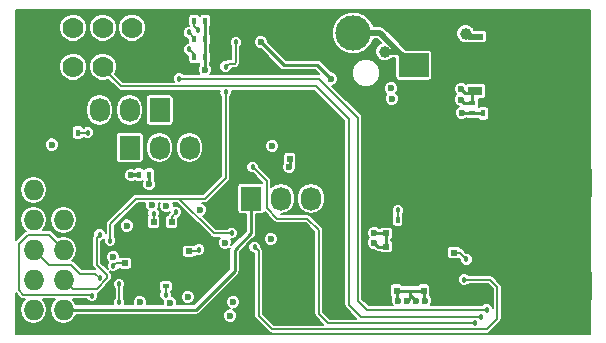
<source format=gbr>
G04 #@! TF.FileFunction,Copper,L4,Bot,Signal*
%FSLAX46Y46*%
G04 Gerber Fmt 4.6, Leading zero omitted, Abs format (unit mm)*
G04 Created by KiCad (PCBNEW 4.0.1-stable) date 2/1/2017 7:21:29 PM*
%MOMM*%
G01*
G04 APERTURE LIST*
%ADD10C,0.100000*%
%ADD11R,2.000000X2.000000*%
%ADD12C,0.508000*%
%ADD13R,2.500000X2.000000*%
%ADD14R,1.200000X0.750000*%
%ADD15R,0.400000X0.600000*%
%ADD16C,3.000000*%
%ADD17R,0.600000X0.400000*%
%ADD18R,0.500000X0.600000*%
%ADD19R,0.600000X0.500000*%
%ADD20C,0.970000*%
%ADD21C,1.778000*%
%ADD22C,0.600000*%
%ADD23R,1.727200X1.727200*%
%ADD24O,1.727200X1.727200*%
%ADD25R,1.727200X2.032000*%
%ADD26O,1.727200X2.032000*%
%ADD27R,5.080000X2.415000*%
%ADD28C,0.457200*%
%ADD29C,1.000000*%
%ADD30C,0.279908*%
%ADD31C,0.152400*%
%ADD32C,0.500000*%
%ADD33C,0.342138*%
%ADD34C,0.200000*%
G04 APERTURE END LIST*
D10*
D11*
X153924000Y-94488000D03*
X152019000Y-94488000D03*
X150114000Y-94488000D03*
X150114000Y-92583000D03*
X152019000Y-92583000D03*
X153924000Y-92583000D03*
X153924000Y-90678000D03*
X152019000Y-90678000D03*
X150114000Y-90678000D03*
X153924000Y-88773000D03*
X152019000Y-88773000D03*
X150114000Y-88773000D03*
X141351000Y-107442000D03*
X130683000Y-107823000D03*
X119126000Y-107188000D03*
D12*
X119126000Y-106426000D03*
D13*
X140881100Y-91205300D03*
X140881100Y-95205300D03*
D14*
X146090600Y-93357700D03*
X147990600Y-93357700D03*
D15*
X118496500Y-100457000D03*
X117596500Y-100457000D03*
D16*
X135774500Y-88455500D03*
X131814500Y-88455500D03*
D17*
X119888000Y-109924000D03*
X119888000Y-109024000D03*
D18*
X120396000Y-105579000D03*
X120396000Y-104479000D03*
X118872000Y-105579000D03*
X118872000Y-104479000D03*
D19*
X116417000Y-107950000D03*
X117517000Y-107950000D03*
D20*
X152019000Y-99060000D03*
D21*
X117043200Y-91313000D03*
X117043200Y-88011000D03*
X114554000Y-88011000D03*
X112064800Y-88011000D03*
X114554000Y-91313000D03*
X112064800Y-91313000D03*
D15*
X146743000Y-95275400D03*
X147643000Y-95275400D03*
D17*
X145821400Y-94368200D03*
X145821400Y-95268200D03*
D15*
X112464000Y-96901000D03*
X111564000Y-96901000D03*
X123208200Y-87477600D03*
X122308200Y-87477600D03*
X123208200Y-89001600D03*
X122308200Y-89001600D03*
X123208200Y-90525600D03*
X122308200Y-90525600D03*
D18*
X130403600Y-99140100D03*
X130403600Y-98040100D03*
D19*
X146516000Y-88773000D03*
X147616000Y-88773000D03*
D18*
X141732000Y-110278000D03*
X141732000Y-109178000D03*
X139446000Y-110278000D03*
X139446000Y-109178000D03*
D19*
X138515000Y-105410000D03*
X139615000Y-105410000D03*
X138515000Y-106553000D03*
X139615000Y-106553000D03*
X144314000Y-107061000D03*
X143214000Y-107061000D03*
X120735000Y-106934000D03*
X121835000Y-106934000D03*
D22*
X127031500Y-109473000D03*
X127000000Y-107188000D03*
X134270500Y-107885500D03*
X134270500Y-110044500D03*
X134207000Y-105663000D03*
X146643500Y-107696000D03*
X147786500Y-107696000D03*
X146580000Y-103632000D03*
X147723000Y-103632000D03*
D20*
X150114000Y-109982000D03*
D15*
X139515000Y-104267000D03*
X138615000Y-104267000D03*
D22*
X134366000Y-98971100D03*
X148583400Y-98525600D03*
X135324600Y-112394000D03*
X151212300Y-112673400D03*
X137877300Y-96023700D03*
X136880600Y-96050100D03*
X134429500Y-102323900D03*
X129933700Y-93662500D03*
D12*
X119888000Y-107188000D03*
X118364000Y-107188000D03*
X119126000Y-107950000D03*
X130683000Y-107823000D03*
X140462000Y-106553000D03*
X142367000Y-106553000D03*
X142367000Y-108331000D03*
X140462000Y-108331000D03*
X141351000Y-107442000D03*
X149098000Y-87884000D03*
X151638000Y-87884000D03*
X154178000Y-87884000D03*
X149098000Y-90424000D03*
X151638000Y-90424000D03*
X154178000Y-90424000D03*
X149098000Y-92964000D03*
X151638000Y-92964000D03*
X154178000Y-92964000D03*
X149098000Y-95504000D03*
X151638000Y-95504000D03*
X154178000Y-95504000D03*
D22*
X143122400Y-98398600D03*
D23*
X111252000Y-101727000D03*
D24*
X108712000Y-101727000D03*
X111252000Y-104267000D03*
X108712000Y-104267000D03*
X111252000Y-106807000D03*
X108712000Y-106807000D03*
X111252000Y-109347000D03*
X108712000Y-109347000D03*
X111252000Y-111887000D03*
X108712000Y-111887000D03*
D25*
X116840000Y-98171000D03*
D26*
X119380000Y-98171000D03*
X121920000Y-98171000D03*
D25*
X119380000Y-94996000D03*
D26*
X116840000Y-94996000D03*
X114300000Y-94996000D03*
D25*
X127127000Y-102489000D03*
D26*
X129667000Y-102489000D03*
X132207000Y-102489000D03*
D27*
X153416000Y-109922200D03*
X153416000Y-101151800D03*
D22*
X145554700Y-91795600D03*
X138798300Y-91948000D03*
X131279900Y-97370900D03*
X137502900Y-104432100D03*
X124066300Y-104292400D03*
X120942100Y-112801400D03*
X119532400Y-113093500D03*
X118503700Y-113106200D03*
X130810000Y-105029000D03*
X143256000Y-111125000D03*
X137414000Y-110236000D03*
X137414000Y-109347000D03*
X113792000Y-104775000D03*
X119634000Y-100457000D03*
X124714000Y-89865200D03*
X114681000Y-103505000D03*
X112712500Y-107442000D03*
D28*
X119888000Y-110617000D03*
X115443000Y-108204000D03*
X122707400Y-106807000D03*
X120777000Y-103632000D03*
X118872000Y-103759000D03*
D22*
X138976100Y-93167200D03*
X139014200Y-94018100D03*
X127939800Y-89230200D03*
X133858000Y-92329000D03*
X144907000Y-94107000D03*
X144907000Y-93218000D03*
X141859000Y-111125000D03*
X141097000Y-111125000D03*
X140335000Y-111125000D03*
X139573000Y-111125000D03*
D28*
X139547600Y-103492300D03*
X127254000Y-99822000D03*
X146050000Y-113030000D03*
X146558000Y-112522000D03*
X121031000Y-92329000D03*
X147066000Y-111887000D03*
X145351500Y-107632500D03*
D22*
X130352800Y-99809300D03*
D29*
X138442700Y-90055700D03*
X145288000Y-88519000D03*
D22*
X144957800Y-95224600D03*
D28*
X121894600Y-89865200D03*
X121843800Y-88417400D03*
X122631200Y-88214200D03*
X113284000Y-96901000D03*
D22*
X124904500Y-106222800D03*
X137515600Y-106210100D03*
X118491000Y-101282500D03*
X121754900Y-110820200D03*
X117690900Y-111277400D03*
X120230900Y-111302800D03*
X119951500Y-103124000D03*
X118745000Y-103060500D03*
X122809000Y-103441500D03*
X128905000Y-98044000D03*
X110236000Y-97917000D03*
X123190000Y-91567000D03*
X128778000Y-105918000D03*
X137541000Y-105410000D03*
X125349000Y-112395000D03*
X125603000Y-111252000D03*
X116586000Y-104775000D03*
X115443000Y-107442000D03*
X116967000Y-100520500D03*
D28*
X113665000Y-110744000D03*
X114300000Y-109220000D03*
X114300000Y-105537000D03*
X115951000Y-111252000D03*
X115951000Y-109728000D03*
X127419100Y-106603800D03*
X124968000Y-91313000D03*
X125831600Y-89255600D03*
X124968000Y-93472000D03*
X115189000Y-106045000D03*
X145161000Y-109347000D03*
X125476000Y-105410000D03*
D30*
X137668000Y-104267000D02*
X137502900Y-104432100D01*
X137668000Y-104267000D02*
X138615000Y-104267000D01*
D31*
X119888000Y-110617000D02*
X119888000Y-109924000D01*
X115697000Y-107950000D02*
X116417000Y-107950000D01*
X115443000Y-108204000D02*
X115697000Y-107950000D01*
X121835000Y-106934000D02*
X122580400Y-106934000D01*
X122580400Y-106934000D02*
X122707400Y-106807000D01*
X120396000Y-104013000D02*
X120396000Y-104479000D01*
X120777000Y-103632000D02*
X120396000Y-104013000D01*
X118872000Y-104479000D02*
X118872000Y-103759000D01*
D30*
X129895600Y-91186000D02*
X127939800Y-89230200D01*
X132715000Y-91186000D02*
X129895600Y-91186000D01*
X133858000Y-92329000D02*
X132715000Y-91186000D01*
X145168200Y-94368200D02*
X145821400Y-94368200D01*
X144907000Y-94107000D02*
X145168200Y-94368200D01*
X145224500Y-93535500D02*
X145817500Y-93535500D01*
X144907000Y-93218000D02*
X145224500Y-93535500D01*
X141732000Y-110998000D02*
X141732000Y-110278000D01*
X141859000Y-111125000D02*
X141732000Y-110998000D01*
X140589000Y-110278000D02*
X140589000Y-110617000D01*
X140589000Y-110617000D02*
X141097000Y-111125000D01*
X140335000Y-111125000D02*
X140589000Y-110871000D01*
X140589000Y-110871000D02*
X140589000Y-110278000D01*
X139446000Y-110278000D02*
X139446000Y-110998000D01*
X139446000Y-110998000D02*
X139573000Y-111125000D01*
X139446000Y-110278000D02*
X140589000Y-110278000D01*
X140589000Y-110278000D02*
X141732000Y-110278000D01*
X145817500Y-93535500D02*
X145817500Y-94364300D01*
X145817500Y-94364300D02*
X145821400Y-94368200D01*
D31*
X139515000Y-103524900D02*
X139515000Y-104267000D01*
X139547600Y-103492300D02*
X139515000Y-103524900D01*
X127254000Y-99822000D02*
X128460500Y-101028500D01*
X128460500Y-101028500D02*
X128460500Y-101600000D01*
X146050000Y-113030000D02*
X133604000Y-113030000D01*
X132842000Y-110744000D02*
X132842000Y-112268000D01*
X132842000Y-112268000D02*
X133604000Y-113030000D01*
X131889500Y-104203500D02*
X132842000Y-105156000D01*
X129349500Y-104203500D02*
X131889500Y-104203500D01*
X128460500Y-103314500D02*
X129349500Y-104203500D01*
X128460500Y-101600000D02*
X128460500Y-103314500D01*
X132842000Y-105156000D02*
X132842000Y-110744000D01*
X115824000Y-92710000D02*
X116078000Y-92964000D01*
X116078000Y-92964000D02*
X132588000Y-92964000D01*
X114554000Y-91313000D02*
X114554000Y-91440000D01*
X114554000Y-91440000D02*
X115824000Y-92710000D01*
X135382000Y-95758000D02*
X132588000Y-92964000D01*
X139573000Y-112522000D02*
X136398000Y-112522000D01*
X146558000Y-112522000D02*
X145415000Y-112522000D01*
X145415000Y-112522000D02*
X139573000Y-112522000D01*
X135382000Y-111506000D02*
X135382000Y-104648000D01*
X136398000Y-112522000D02*
X135382000Y-111506000D01*
X135382000Y-104648000D02*
X135382000Y-95758000D01*
X136144000Y-95631000D02*
X132842000Y-92329000D01*
X132842000Y-92329000D02*
X121031000Y-92329000D01*
X138811000Y-111887000D02*
X136906000Y-111887000D01*
X147066000Y-111887000D02*
X145034000Y-111887000D01*
X145034000Y-111887000D02*
X138811000Y-111887000D01*
X136144000Y-111125000D02*
X136144000Y-104648000D01*
X136906000Y-111887000D02*
X136144000Y-111125000D01*
X136144000Y-104648000D02*
X136144000Y-95631000D01*
X144780000Y-107061000D02*
X144314000Y-107061000D01*
X145351500Y-107632500D02*
X144780000Y-107061000D01*
D30*
X130403600Y-99140100D02*
X130403600Y-99758500D01*
X130403600Y-99758500D02*
X130352800Y-99809300D01*
D32*
X139598400Y-90043000D02*
X138455400Y-90043000D01*
X138455400Y-90043000D02*
X138442700Y-90055700D01*
X139865100Y-91510100D02*
X139865100Y-90309700D01*
X138010900Y-88455500D02*
X135774500Y-88455500D01*
X139865100Y-90309700D02*
X139598400Y-90043000D01*
X139598400Y-90043000D02*
X138010900Y-88455500D01*
X145542000Y-88773000D02*
X146516000Y-88773000D01*
X145288000Y-88519000D02*
X145542000Y-88773000D01*
D30*
X145821400Y-95268200D02*
X146735800Y-95268200D01*
X146735800Y-95268200D02*
X146743000Y-95275400D01*
X145001400Y-95268200D02*
X145821400Y-95268200D01*
X144957800Y-95224600D02*
X145001400Y-95268200D01*
D31*
X122308200Y-90525600D02*
X122308200Y-90278800D01*
X122308200Y-90278800D02*
X121894600Y-89865200D01*
X122308200Y-89001600D02*
X122308200Y-88881800D01*
X122308200Y-88881800D02*
X121843800Y-88417400D01*
X122308200Y-87477600D02*
X122308200Y-87891200D01*
X122308200Y-87891200D02*
X122631200Y-88214200D01*
X112464000Y-96901000D02*
X113284000Y-96901000D01*
D30*
X124904500Y-106222800D02*
X124917200Y-106222800D01*
X137858500Y-106553000D02*
X138515000Y-106553000D01*
X137515600Y-106210100D02*
X137858500Y-106553000D01*
X118496500Y-100457000D02*
X118496500Y-101277000D01*
X118496500Y-101277000D02*
X118491000Y-101282500D01*
X123208200Y-87477600D02*
X123208200Y-89001600D01*
X123208200Y-89001600D02*
X123208200Y-90525600D01*
X123208200Y-90525600D02*
X123190000Y-90543800D01*
X123190000Y-90543800D02*
X123190000Y-91567000D01*
X138515000Y-105410000D02*
X138515000Y-106553000D01*
X138515000Y-105410000D02*
X137541000Y-105410000D01*
D33*
X117030500Y-100457000D02*
X117596500Y-100457000D01*
X116967000Y-100520500D02*
X117030500Y-100457000D01*
D31*
X112776000Y-110617000D02*
X113538000Y-110617000D01*
X113538000Y-110617000D02*
X113665000Y-110744000D01*
X109982000Y-105537000D02*
X111252000Y-106807000D01*
X108204000Y-105537000D02*
X109982000Y-105537000D01*
X107442000Y-106299000D02*
X108204000Y-105537000D01*
X107442000Y-110236000D02*
X107442000Y-106299000D01*
X107823000Y-110617000D02*
X107442000Y-110236000D01*
X112776000Y-110617000D02*
X107823000Y-110617000D01*
X109982000Y-108077000D02*
X108712000Y-106807000D01*
X111887000Y-108077000D02*
X109982000Y-108077000D01*
X112649000Y-108839000D02*
X111887000Y-108077000D01*
X113919000Y-108839000D02*
X112649000Y-108839000D01*
X114300000Y-109220000D02*
X113919000Y-108839000D01*
X114300000Y-105537000D02*
X114046000Y-105791000D01*
X114046000Y-106299000D02*
X114046000Y-108077000D01*
X114046000Y-105791000D02*
X114046000Y-106299000D01*
X114935000Y-108966000D02*
X114935000Y-109220000D01*
X114046000Y-108077000D02*
X114935000Y-108966000D01*
X112014000Y-110109000D02*
X111252000Y-109347000D01*
X114046000Y-110109000D02*
X112014000Y-110109000D01*
X114935000Y-109220000D02*
X114046000Y-110109000D01*
D30*
X120732550Y-111887000D02*
X122440700Y-111887000D01*
X125717300Y-108610400D02*
X125717300Y-106819700D01*
X122440700Y-111887000D02*
X125717300Y-108610400D01*
X116801900Y-111887000D02*
X120732550Y-111887000D01*
X114935000Y-111887000D02*
X116801900Y-111887000D01*
X111252000Y-111887000D02*
X114935000Y-111887000D01*
X127127000Y-105410000D02*
X127127000Y-102489000D01*
X125717300Y-106819700D02*
X127127000Y-105410000D01*
D31*
X115951000Y-109728000D02*
X115951000Y-111252000D01*
X127762000Y-107315000D02*
X127762000Y-106946700D01*
X127762000Y-106946700D02*
X127419100Y-106603800D01*
X124968000Y-93472000D02*
X124968000Y-100711000D01*
X123190000Y-102489000D02*
X121031000Y-102489000D01*
X124968000Y-100711000D02*
X123190000Y-102489000D01*
X125222000Y-91059000D02*
X125730000Y-91059000D01*
X124968000Y-91313000D02*
X125222000Y-91059000D01*
X125831600Y-90957400D02*
X125831600Y-89255600D01*
X125730000Y-91059000D02*
X125831600Y-90957400D01*
X147066000Y-113538000D02*
X128905000Y-113538000D01*
X147320000Y-109347000D02*
X145161000Y-109347000D01*
X147955000Y-109982000D02*
X147320000Y-109347000D01*
X147955000Y-112649000D02*
X147955000Y-109982000D01*
X147066000Y-113538000D02*
X147955000Y-112649000D01*
X127762000Y-109093000D02*
X127762000Y-112395000D01*
X127762000Y-107315000D02*
X127762000Y-109093000D01*
X127762000Y-112395000D02*
X128905000Y-113538000D01*
X115189000Y-106045000D02*
X115189000Y-104648000D01*
X115189000Y-104648000D02*
X117348000Y-102489000D01*
X117348000Y-102489000D02*
X120396000Y-102489000D01*
X120396000Y-102489000D02*
X121031000Y-102489000D01*
X123952000Y-105410000D02*
X121031000Y-102489000D01*
X125476000Y-105410000D02*
X123952000Y-105410000D01*
D34*
G36*
X155835000Y-113925000D02*
X107182000Y-113925000D01*
X107182000Y-110508028D01*
X107556984Y-110883011D01*
X107556986Y-110883014D01*
X107679034Y-110964563D01*
X107823000Y-110993200D01*
X107961370Y-110993200D01*
X107889211Y-111041415D01*
X107636974Y-111418914D01*
X107548400Y-111864204D01*
X107548400Y-111909796D01*
X107636974Y-112355086D01*
X107889211Y-112732585D01*
X108266710Y-112984822D01*
X108712000Y-113073396D01*
X109157290Y-112984822D01*
X109534789Y-112732585D01*
X109787026Y-112355086D01*
X109875600Y-111909796D01*
X109875600Y-111864204D01*
X109787026Y-111418914D01*
X109534789Y-111041415D01*
X109462630Y-110993200D01*
X110501370Y-110993200D01*
X110429211Y-111041415D01*
X110176974Y-111418914D01*
X110088400Y-111864204D01*
X110088400Y-111909796D01*
X110176974Y-112355086D01*
X110429211Y-112732585D01*
X110806710Y-112984822D01*
X111252000Y-113073396D01*
X111697290Y-112984822D01*
X112074789Y-112732585D01*
X112220960Y-112513824D01*
X124748896Y-112513824D01*
X124840048Y-112734429D01*
X125008683Y-112903359D01*
X125229129Y-112994896D01*
X125467824Y-112995104D01*
X125688429Y-112903952D01*
X125857359Y-112735317D01*
X125948896Y-112514871D01*
X125949104Y-112276176D01*
X125857952Y-112055571D01*
X125689317Y-111886641D01*
X125605899Y-111852003D01*
X125721824Y-111852104D01*
X125942429Y-111760952D01*
X126111359Y-111592317D01*
X126202896Y-111371871D01*
X126203104Y-111133176D01*
X126111952Y-110912571D01*
X125943317Y-110743641D01*
X125722871Y-110652104D01*
X125484176Y-110651896D01*
X125263571Y-110743048D01*
X125094641Y-110911683D01*
X125003104Y-111132129D01*
X125002896Y-111370824D01*
X125094048Y-111591429D01*
X125262683Y-111760359D01*
X125346101Y-111794997D01*
X125230176Y-111794896D01*
X125009571Y-111886048D01*
X124840641Y-112054683D01*
X124749104Y-112275129D01*
X124748896Y-112513824D01*
X112220960Y-112513824D01*
X112327026Y-112355086D01*
X112332622Y-112326954D01*
X122440700Y-112326954D01*
X122609063Y-112293464D01*
X122751794Y-112198094D01*
X126028394Y-108921495D01*
X126123764Y-108778763D01*
X126136089Y-108716800D01*
X126157254Y-108610400D01*
X126157254Y-107001934D01*
X127122364Y-106036824D01*
X128177896Y-106036824D01*
X128269048Y-106257429D01*
X128437683Y-106426359D01*
X128658129Y-106517896D01*
X128896824Y-106518104D01*
X129117429Y-106426952D01*
X129286359Y-106258317D01*
X129377896Y-106037871D01*
X129378104Y-105799176D01*
X129286952Y-105578571D01*
X129118317Y-105409641D01*
X128897871Y-105318104D01*
X128659176Y-105317896D01*
X128438571Y-105409048D01*
X128269641Y-105577683D01*
X128178104Y-105798129D01*
X128177896Y-106036824D01*
X127122364Y-106036824D01*
X127438095Y-105721094D01*
X127533464Y-105578363D01*
X127538317Y-105553965D01*
X127566954Y-105410000D01*
X127566954Y-103810877D01*
X127990600Y-103810877D01*
X128101773Y-103789958D01*
X128203879Y-103724255D01*
X128258413Y-103644441D01*
X129083484Y-104469511D01*
X129083486Y-104469514D01*
X129135151Y-104504035D01*
X129205535Y-104551064D01*
X129349500Y-104579701D01*
X129349505Y-104579700D01*
X131733672Y-104579700D01*
X132465800Y-105311827D01*
X132465800Y-112267995D01*
X132465799Y-112268000D01*
X132487687Y-112378034D01*
X132494437Y-112411966D01*
X132496804Y-112415508D01*
X132575986Y-112534014D01*
X133203773Y-113161800D01*
X129060827Y-113161800D01*
X128138200Y-112239172D01*
X128138200Y-106946705D01*
X128138201Y-106946700D01*
X128109564Y-106802735D01*
X128062135Y-106731752D01*
X128028014Y-106680686D01*
X128028011Y-106680684D01*
X127947703Y-106600376D01*
X127947792Y-106499116D01*
X127867487Y-106304763D01*
X127718919Y-106155936D01*
X127524706Y-106075292D01*
X127314416Y-106075108D01*
X127120063Y-106155413D01*
X126971236Y-106303981D01*
X126890592Y-106498194D01*
X126890408Y-106708484D01*
X126970713Y-106902837D01*
X127119281Y-107051664D01*
X127313494Y-107132308D01*
X127385800Y-107132371D01*
X127385800Y-112394995D01*
X127385799Y-112395000D01*
X127406946Y-112501308D01*
X127414437Y-112538966D01*
X127442933Y-112581613D01*
X127495986Y-112661014D01*
X128638984Y-113804011D01*
X128638986Y-113804014D01*
X128761034Y-113885563D01*
X128784921Y-113890314D01*
X128905000Y-113914201D01*
X128905005Y-113914200D01*
X147065995Y-113914200D01*
X147066000Y-113914201D01*
X147186079Y-113890314D01*
X147209966Y-113885563D01*
X147332014Y-113804014D01*
X147332015Y-113804013D01*
X148221011Y-112915016D01*
X148221014Y-112915014D01*
X148302563Y-112792966D01*
X148302564Y-112792965D01*
X148331201Y-112649000D01*
X148331200Y-112648995D01*
X148331200Y-109982005D01*
X148331201Y-109982000D01*
X148302564Y-109838035D01*
X148242744Y-109748508D01*
X148221014Y-109715986D01*
X148221011Y-109715984D01*
X147586014Y-109080986D01*
X147536591Y-109047963D01*
X147463966Y-108999437D01*
X147440079Y-108994686D01*
X147320000Y-108970799D01*
X147319995Y-108970800D01*
X145532358Y-108970800D01*
X145460819Y-108899136D01*
X145266606Y-108818492D01*
X145056316Y-108818308D01*
X144861963Y-108898613D01*
X144713136Y-109047181D01*
X144632492Y-109241394D01*
X144632308Y-109451684D01*
X144712613Y-109646037D01*
X144861181Y-109794864D01*
X145055394Y-109875508D01*
X145265684Y-109875692D01*
X145460037Y-109795387D01*
X145532350Y-109723200D01*
X147164172Y-109723200D01*
X147578800Y-110137827D01*
X147578800Y-111743854D01*
X147514387Y-111587963D01*
X147365819Y-111439136D01*
X147171606Y-111358492D01*
X146961316Y-111358308D01*
X146766963Y-111438613D01*
X146694650Y-111510800D01*
X142321796Y-111510800D01*
X142367359Y-111465317D01*
X142458896Y-111244871D01*
X142459104Y-111006176D01*
X142367952Y-110785571D01*
X142266436Y-110683877D01*
X142287877Y-110578000D01*
X142287877Y-109978000D01*
X142266958Y-109866827D01*
X142201255Y-109764721D01*
X142101003Y-109696222D01*
X141982000Y-109672123D01*
X141482000Y-109672123D01*
X141370827Y-109693042D01*
X141268721Y-109758745D01*
X141214537Y-109838046D01*
X139962438Y-109838046D01*
X139915255Y-109764721D01*
X139815003Y-109696222D01*
X139696000Y-109672123D01*
X139196000Y-109672123D01*
X139084827Y-109693042D01*
X138982721Y-109758745D01*
X138914222Y-109858997D01*
X138890123Y-109978000D01*
X138890123Y-110578000D01*
X138911042Y-110689173D01*
X138976745Y-110791279D01*
X139006046Y-110811299D01*
X139006046Y-110925796D01*
X138973104Y-111005129D01*
X138972896Y-111243824D01*
X139064048Y-111464429D01*
X139110338Y-111510800D01*
X137061827Y-111510800D01*
X136520200Y-110969172D01*
X136520200Y-106328924D01*
X136915496Y-106328924D01*
X137006648Y-106549529D01*
X137175283Y-106718459D01*
X137395729Y-106809996D01*
X137493392Y-106810081D01*
X137547406Y-106864095D01*
X137659211Y-106938800D01*
X137690137Y-106959464D01*
X137858500Y-106992954D01*
X137980736Y-106992954D01*
X137995745Y-107016279D01*
X138095997Y-107084778D01*
X138215000Y-107108877D01*
X138815000Y-107108877D01*
X138926173Y-107087958D01*
X139028279Y-107022255D01*
X139096778Y-106922003D01*
X139119256Y-106811000D01*
X143708123Y-106811000D01*
X143708123Y-107311000D01*
X143729042Y-107422173D01*
X143794745Y-107524279D01*
X143894997Y-107592778D01*
X144014000Y-107616877D01*
X144614000Y-107616877D01*
X144725173Y-107595958D01*
X144760316Y-107573344D01*
X144822897Y-107635925D01*
X144822808Y-107737184D01*
X144903113Y-107931537D01*
X145051681Y-108080364D01*
X145245894Y-108161008D01*
X145456184Y-108161192D01*
X145650537Y-108080887D01*
X145799364Y-107932319D01*
X145880008Y-107738106D01*
X145880192Y-107527816D01*
X145799887Y-107333463D01*
X145651319Y-107184636D01*
X145457106Y-107103992D01*
X145354931Y-107103903D01*
X145046014Y-106794986D01*
X145029877Y-106784204D01*
X144923966Y-106713437D01*
X144900646Y-106708798D01*
X144898958Y-106699827D01*
X144833255Y-106597721D01*
X144733003Y-106529222D01*
X144614000Y-106505123D01*
X144014000Y-106505123D01*
X143902827Y-106526042D01*
X143800721Y-106591745D01*
X143732222Y-106691997D01*
X143708123Y-106811000D01*
X139119256Y-106811000D01*
X139120877Y-106803000D01*
X139120877Y-106303000D01*
X139099958Y-106191827D01*
X139034255Y-106089721D01*
X138954954Y-106035537D01*
X138954954Y-105926438D01*
X139028279Y-105879255D01*
X139096778Y-105779003D01*
X139120877Y-105660000D01*
X139120877Y-105160000D01*
X139099958Y-105048827D01*
X139034255Y-104946721D01*
X138934003Y-104878222D01*
X138815000Y-104854123D01*
X138215000Y-104854123D01*
X138103827Y-104875042D01*
X138001721Y-104940745D01*
X137981701Y-104970046D01*
X137949603Y-104970046D01*
X137881317Y-104901641D01*
X137660871Y-104810104D01*
X137422176Y-104809896D01*
X137201571Y-104901048D01*
X137032641Y-105069683D01*
X136941104Y-105290129D01*
X136940896Y-105528824D01*
X137032048Y-105749429D01*
X137079843Y-105797308D01*
X137007241Y-105869783D01*
X136915704Y-106090229D01*
X136915496Y-106328924D01*
X136520200Y-106328924D01*
X136520200Y-103967000D01*
X139009123Y-103967000D01*
X139009123Y-104567000D01*
X139030042Y-104678173D01*
X139095745Y-104780279D01*
X139195997Y-104848778D01*
X139315000Y-104872877D01*
X139715000Y-104872877D01*
X139826173Y-104851958D01*
X139928279Y-104786255D01*
X139996778Y-104686003D01*
X140020877Y-104567000D01*
X140020877Y-103967000D01*
X139999958Y-103855827D01*
X139973239Y-103814305D01*
X139995464Y-103792119D01*
X140076108Y-103597906D01*
X140076292Y-103387616D01*
X139995987Y-103193263D01*
X139847419Y-103044436D01*
X139653206Y-102963792D01*
X139442916Y-102963608D01*
X139248563Y-103043913D01*
X139099736Y-103192481D01*
X139019092Y-103386694D01*
X139018908Y-103596984D01*
X139088934Y-103766460D01*
X139033222Y-103847997D01*
X139009123Y-103967000D01*
X136520200Y-103967000D01*
X136520200Y-95631000D01*
X136491563Y-95487034D01*
X136410014Y-95364986D01*
X136410011Y-95364984D01*
X134331051Y-93286024D01*
X138375996Y-93286024D01*
X138467148Y-93506629D01*
X138572038Y-93611702D01*
X138505841Y-93677783D01*
X138414304Y-93898229D01*
X138414096Y-94136924D01*
X138505248Y-94357529D01*
X138673883Y-94526459D01*
X138894329Y-94617996D01*
X139133024Y-94618204D01*
X139353629Y-94527052D01*
X139522559Y-94358417D01*
X139614096Y-94137971D01*
X139614304Y-93899276D01*
X139523152Y-93678671D01*
X139418262Y-93573598D01*
X139484459Y-93507517D01*
X139555336Y-93336824D01*
X144306896Y-93336824D01*
X144398048Y-93557429D01*
X144502971Y-93662535D01*
X144398641Y-93766683D01*
X144307104Y-93987129D01*
X144306896Y-94225824D01*
X144398048Y-94446429D01*
X144566683Y-94615359D01*
X144713523Y-94676332D01*
X144618371Y-94715648D01*
X144449441Y-94884283D01*
X144357904Y-95104729D01*
X144357696Y-95343424D01*
X144448848Y-95564029D01*
X144617483Y-95732959D01*
X144837929Y-95824496D01*
X145076624Y-95824704D01*
X145297229Y-95733552D01*
X145322671Y-95708154D01*
X145341185Y-95708154D01*
X145402397Y-95749978D01*
X145521400Y-95774077D01*
X146121400Y-95774077D01*
X146232573Y-95753158D01*
X146280884Y-95722071D01*
X146323745Y-95788679D01*
X146423997Y-95857178D01*
X146543000Y-95881277D01*
X146943000Y-95881277D01*
X147054173Y-95860358D01*
X147156279Y-95794655D01*
X147224778Y-95694403D01*
X147248877Y-95575400D01*
X147248877Y-94975400D01*
X147227958Y-94864227D01*
X147162255Y-94762121D01*
X147062003Y-94693622D01*
X146943000Y-94669523D01*
X146543000Y-94669523D01*
X146431827Y-94690442D01*
X146376749Y-94725884D01*
X146403178Y-94687203D01*
X146427277Y-94568200D01*
X146427277Y-94168200D01*
X146406358Y-94057027D01*
X146394486Y-94038577D01*
X146690600Y-94038577D01*
X146801773Y-94017658D01*
X146903879Y-93951955D01*
X146972378Y-93851703D01*
X146996477Y-93732700D01*
X146996477Y-92982700D01*
X146975558Y-92871527D01*
X146909855Y-92769421D01*
X146809603Y-92700922D01*
X146690600Y-92676823D01*
X145490600Y-92676823D01*
X145379427Y-92697742D01*
X145291755Y-92754157D01*
X145247317Y-92709641D01*
X145026871Y-92618104D01*
X144788176Y-92617896D01*
X144567571Y-92709048D01*
X144398641Y-92877683D01*
X144307104Y-93098129D01*
X144306896Y-93336824D01*
X139555336Y-93336824D01*
X139575996Y-93287071D01*
X139576204Y-93048376D01*
X139485052Y-92827771D01*
X139316417Y-92658841D01*
X139095971Y-92567304D01*
X138857276Y-92567096D01*
X138636671Y-92658248D01*
X138467741Y-92826883D01*
X138376204Y-93047329D01*
X138375996Y-93286024D01*
X134331051Y-93286024D01*
X133974129Y-92929102D01*
X133976824Y-92929104D01*
X134197429Y-92837952D01*
X134366359Y-92669317D01*
X134457896Y-92448871D01*
X134458104Y-92210176D01*
X134408931Y-92091167D01*
X135664294Y-92091167D01*
X135845079Y-92528700D01*
X136179539Y-92863744D01*
X136616756Y-93045293D01*
X137090167Y-93045706D01*
X137527700Y-92864921D01*
X137862744Y-92530461D01*
X138044293Y-92093244D01*
X138044706Y-91619833D01*
X137863921Y-91182300D01*
X137529461Y-90847256D01*
X137092244Y-90665707D01*
X136618833Y-90665294D01*
X136181300Y-90846079D01*
X135846256Y-91180539D01*
X135664707Y-91617756D01*
X135664294Y-92091167D01*
X134408931Y-92091167D01*
X134366952Y-91989571D01*
X134198317Y-91820641D01*
X133977871Y-91729104D01*
X133880208Y-91729019D01*
X133026094Y-90874906D01*
X132883363Y-90779536D01*
X132715000Y-90746046D01*
X130077835Y-90746046D01*
X128539820Y-89208032D01*
X128539904Y-89111376D01*
X128448752Y-88890771D01*
X128370090Y-88811971D01*
X133974188Y-88811971D01*
X134247645Y-89473786D01*
X134753551Y-89980576D01*
X135414887Y-90255187D01*
X136130971Y-90255812D01*
X136792786Y-89982355D01*
X137299576Y-89476449D01*
X137495131Y-89005500D01*
X137783082Y-89005500D01*
X138106567Y-89328985D01*
X137990128Y-89377097D01*
X137764888Y-89601945D01*
X137642839Y-89895872D01*
X137642561Y-90214132D01*
X137764097Y-90508272D01*
X137988945Y-90733512D01*
X138282872Y-90855561D01*
X138601132Y-90855839D01*
X138895272Y-90734303D01*
X139036821Y-90593000D01*
X139315100Y-90593000D01*
X139315100Y-91510100D01*
X139325223Y-91560992D01*
X139325223Y-92205300D01*
X139346142Y-92316473D01*
X139411845Y-92418579D01*
X139512097Y-92487078D01*
X139631100Y-92511177D01*
X142131100Y-92511177D01*
X142242273Y-92490258D01*
X142344379Y-92424555D01*
X142412878Y-92324303D01*
X142436977Y-92205300D01*
X142436977Y-90205300D01*
X142416058Y-90094127D01*
X142350355Y-89992021D01*
X142250103Y-89923522D01*
X142131100Y-89899423D01*
X140232641Y-89899423D01*
X139010650Y-88677432D01*
X144487861Y-88677432D01*
X144609397Y-88971572D01*
X144834245Y-89196812D01*
X145128172Y-89318861D01*
X145446432Y-89319139D01*
X145471180Y-89308913D01*
X145542000Y-89323000D01*
X146186979Y-89323000D01*
X146216000Y-89328877D01*
X146816000Y-89328877D01*
X146927173Y-89307958D01*
X147029279Y-89242255D01*
X147097778Y-89142003D01*
X147121877Y-89023000D01*
X147121877Y-88523000D01*
X147100958Y-88411827D01*
X147035255Y-88309721D01*
X146935003Y-88241222D01*
X146816000Y-88217123D01*
X146216000Y-88217123D01*
X146184767Y-88223000D01*
X146031297Y-88223000D01*
X145966603Y-88066428D01*
X145741755Y-87841188D01*
X145447828Y-87719139D01*
X145129568Y-87718861D01*
X144835428Y-87840397D01*
X144610188Y-88065245D01*
X144488139Y-88359172D01*
X144487861Y-88677432D01*
X139010650Y-88677432D01*
X138399809Y-88066591D01*
X138221376Y-87947366D01*
X138010900Y-87905500D01*
X137494847Y-87905500D01*
X137301355Y-87437214D01*
X136795449Y-86930424D01*
X136134113Y-86655813D01*
X135418029Y-86655188D01*
X134756214Y-86928645D01*
X134249424Y-87434551D01*
X133974813Y-88095887D01*
X133974188Y-88811971D01*
X128370090Y-88811971D01*
X128280117Y-88721841D01*
X128059671Y-88630304D01*
X127820976Y-88630096D01*
X127600371Y-88721248D01*
X127431441Y-88889883D01*
X127339904Y-89110329D01*
X127339696Y-89349024D01*
X127430848Y-89569629D01*
X127599483Y-89738559D01*
X127819929Y-89830096D01*
X127917593Y-89830181D01*
X129584506Y-91497095D01*
X129714517Y-91583965D01*
X129727237Y-91592464D01*
X129895600Y-91625954D01*
X132532766Y-91625954D01*
X132863984Y-91957172D01*
X132842000Y-91952799D01*
X132841995Y-91952800D01*
X123652796Y-91952800D01*
X123698359Y-91907317D01*
X123789896Y-91686871D01*
X123790104Y-91448176D01*
X123777505Y-91417684D01*
X124439308Y-91417684D01*
X124519613Y-91612037D01*
X124668181Y-91760864D01*
X124862394Y-91841508D01*
X125072684Y-91841692D01*
X125267037Y-91761387D01*
X125415864Y-91612819D01*
X125489618Y-91435200D01*
X125729995Y-91435200D01*
X125730000Y-91435201D01*
X125850079Y-91411314D01*
X125873966Y-91406563D01*
X125996014Y-91325014D01*
X126097614Y-91223414D01*
X126130640Y-91173986D01*
X126179163Y-91101366D01*
X126196549Y-91013963D01*
X126207801Y-90957400D01*
X126207800Y-90957395D01*
X126207800Y-89626958D01*
X126279464Y-89555419D01*
X126360108Y-89361206D01*
X126360292Y-89150916D01*
X126279987Y-88956563D01*
X126131419Y-88807736D01*
X125937206Y-88727092D01*
X125726916Y-88726908D01*
X125532563Y-88807213D01*
X125383736Y-88955781D01*
X125303092Y-89149994D01*
X125302908Y-89360284D01*
X125383213Y-89554637D01*
X125455400Y-89626950D01*
X125455400Y-90682800D01*
X125222000Y-90682800D01*
X125078034Y-90711437D01*
X124968836Y-90784400D01*
X124863316Y-90784308D01*
X124668963Y-90864613D01*
X124520136Y-91013181D01*
X124439492Y-91207394D01*
X124439308Y-91417684D01*
X123777505Y-91417684D01*
X123698952Y-91227571D01*
X123629954Y-91158452D01*
X123629954Y-91032451D01*
X123689978Y-90944603D01*
X123714077Y-90825600D01*
X123714077Y-90225600D01*
X123693158Y-90114427D01*
X123648154Y-90044488D01*
X123648154Y-89481815D01*
X123689978Y-89420603D01*
X123714077Y-89301600D01*
X123714077Y-88701600D01*
X123693158Y-88590427D01*
X123648154Y-88520488D01*
X123648154Y-87957815D01*
X123689978Y-87896603D01*
X123714077Y-87777600D01*
X123714077Y-87177600D01*
X123693158Y-87066427D01*
X123627455Y-86964321D01*
X123527203Y-86895822D01*
X123408200Y-86871723D01*
X123008200Y-86871723D01*
X122897027Y-86892642D01*
X122794921Y-86958345D01*
X122758196Y-87012094D01*
X122727455Y-86964321D01*
X122627203Y-86895822D01*
X122508200Y-86871723D01*
X122108200Y-86871723D01*
X121997027Y-86892642D01*
X121894921Y-86958345D01*
X121826422Y-87058597D01*
X121802323Y-87177600D01*
X121802323Y-87777600D01*
X121823242Y-87888773D01*
X121823248Y-87888782D01*
X121739116Y-87888708D01*
X121544763Y-87969013D01*
X121395936Y-88117581D01*
X121315292Y-88311794D01*
X121315108Y-88522084D01*
X121395413Y-88716437D01*
X121543981Y-88865264D01*
X121738194Y-88945908D01*
X121802323Y-88945964D01*
X121802323Y-89301600D01*
X121808895Y-89336525D01*
X121789916Y-89336508D01*
X121595563Y-89416813D01*
X121446736Y-89565381D01*
X121366092Y-89759594D01*
X121365908Y-89969884D01*
X121446213Y-90164237D01*
X121594781Y-90313064D01*
X121788994Y-90393708D01*
X121802323Y-90393720D01*
X121802323Y-90825600D01*
X121823242Y-90936773D01*
X121888945Y-91038879D01*
X121989197Y-91107378D01*
X122108200Y-91131477D01*
X122508200Y-91131477D01*
X122619373Y-91110558D01*
X122721479Y-91044855D01*
X122750046Y-91003046D01*
X122750046Y-91158397D01*
X122681641Y-91226683D01*
X122590104Y-91447129D01*
X122589896Y-91685824D01*
X122681048Y-91906429D01*
X122727338Y-91952800D01*
X121402358Y-91952800D01*
X121330819Y-91881136D01*
X121136606Y-91800492D01*
X120926316Y-91800308D01*
X120731963Y-91880613D01*
X120583136Y-92029181D01*
X120502492Y-92223394D01*
X120502308Y-92433684D01*
X120565987Y-92587800D01*
X116233827Y-92587800D01*
X116090014Y-92443986D01*
X116090011Y-92443984D01*
X115582529Y-91936502D01*
X115742793Y-91550544D01*
X115743206Y-91077531D01*
X115562573Y-90640365D01*
X115228394Y-90305603D01*
X114791544Y-90124207D01*
X114318531Y-90123794D01*
X113881365Y-90304427D01*
X113546603Y-90638606D01*
X113365207Y-91075456D01*
X113364794Y-91548469D01*
X113545427Y-91985635D01*
X113879606Y-92320397D01*
X114316456Y-92501793D01*
X114789469Y-92502206D01*
X114998011Y-92416038D01*
X115557984Y-92976011D01*
X115557986Y-92976014D01*
X115811984Y-93230011D01*
X115811986Y-93230014D01*
X115934034Y-93311563D01*
X116078000Y-93340200D01*
X124450369Y-93340200D01*
X124439492Y-93366394D01*
X124439308Y-93576684D01*
X124519613Y-93771037D01*
X124591800Y-93843350D01*
X124591800Y-100555173D01*
X123034172Y-102112800D01*
X121031005Y-102112800D01*
X121031000Y-102112799D01*
X121030995Y-102112800D01*
X117348005Y-102112800D01*
X117348000Y-102112799D01*
X117227921Y-102136686D01*
X117204034Y-102141437D01*
X117149454Y-102177906D01*
X117081986Y-102222986D01*
X114922986Y-104381986D01*
X114841437Y-104504034D01*
X114841437Y-104504035D01*
X114812799Y-104648000D01*
X114812800Y-104648005D01*
X114812800Y-105393854D01*
X114748387Y-105237963D01*
X114599819Y-105089136D01*
X114405606Y-105008492D01*
X114195316Y-105008308D01*
X114000963Y-105088613D01*
X113852136Y-105237181D01*
X113771492Y-105431394D01*
X113771399Y-105537838D01*
X113698437Y-105647034D01*
X113698437Y-105647035D01*
X113669799Y-105791000D01*
X113669800Y-105791005D01*
X113669800Y-108076995D01*
X113669799Y-108077000D01*
X113686430Y-108160604D01*
X113698437Y-108220966D01*
X113749617Y-108297563D01*
X113779986Y-108343014D01*
X113899772Y-108462800D01*
X112804827Y-108462800D01*
X112153014Y-107810986D01*
X112070924Y-107756136D01*
X112030966Y-107729437D01*
X112007079Y-107724686D01*
X111976104Y-107718524D01*
X112074789Y-107652585D01*
X112327026Y-107275086D01*
X112415600Y-106829796D01*
X112415600Y-106784204D01*
X112327026Y-106338914D01*
X112074789Y-105961415D01*
X111697290Y-105709178D01*
X111252000Y-105620604D01*
X110806710Y-105709178D01*
X110734473Y-105757445D01*
X110248014Y-105270986D01*
X110240603Y-105266034D01*
X110125966Y-105189437D01*
X110102079Y-105184686D01*
X109982000Y-105160799D01*
X109981995Y-105160800D01*
X109462630Y-105160800D01*
X109534789Y-105112585D01*
X109787026Y-104735086D01*
X109875600Y-104289796D01*
X109875600Y-104244204D01*
X110088400Y-104244204D01*
X110088400Y-104289796D01*
X110176974Y-104735086D01*
X110429211Y-105112585D01*
X110806710Y-105364822D01*
X111252000Y-105453396D01*
X111697290Y-105364822D01*
X112074789Y-105112585D01*
X112327026Y-104735086D01*
X112415600Y-104289796D01*
X112415600Y-104244204D01*
X112327026Y-103798914D01*
X112074789Y-103421415D01*
X111697290Y-103169178D01*
X111252000Y-103080604D01*
X110806710Y-103169178D01*
X110429211Y-103421415D01*
X110176974Y-103798914D01*
X110088400Y-104244204D01*
X109875600Y-104244204D01*
X109787026Y-103798914D01*
X109534789Y-103421415D01*
X109157290Y-103169178D01*
X108712000Y-103080604D01*
X108266710Y-103169178D01*
X107889211Y-103421415D01*
X107636974Y-103798914D01*
X107548400Y-104244204D01*
X107548400Y-104289796D01*
X107636974Y-104735086D01*
X107889211Y-105112585D01*
X108032131Y-105208081D01*
X107937986Y-105270986D01*
X107937984Y-105270989D01*
X107182000Y-106026972D01*
X107182000Y-101704204D01*
X107548400Y-101704204D01*
X107548400Y-101749796D01*
X107636974Y-102195086D01*
X107889211Y-102572585D01*
X108266710Y-102824822D01*
X108712000Y-102913396D01*
X109157290Y-102824822D01*
X109534789Y-102572585D01*
X109787026Y-102195086D01*
X109875600Y-101749796D01*
X109875600Y-101704204D01*
X109787026Y-101258914D01*
X109534789Y-100881415D01*
X109172475Y-100639324D01*
X116366896Y-100639324D01*
X116458048Y-100859929D01*
X116626683Y-101028859D01*
X116847129Y-101120396D01*
X117085824Y-101120604D01*
X117281766Y-101039643D01*
X117396500Y-101062877D01*
X117796500Y-101062877D01*
X117907673Y-101041958D01*
X117953439Y-101012508D01*
X117891104Y-101162629D01*
X117890896Y-101401324D01*
X117982048Y-101621929D01*
X118150683Y-101790859D01*
X118371129Y-101882396D01*
X118609824Y-101882604D01*
X118830429Y-101791452D01*
X118999359Y-101622817D01*
X119090896Y-101402371D01*
X119091104Y-101163676D01*
X118999952Y-100943071D01*
X118959880Y-100902929D01*
X118978278Y-100876003D01*
X119002377Y-100757000D01*
X119002377Y-100157000D01*
X118981458Y-100045827D01*
X118915755Y-99943721D01*
X118815503Y-99875222D01*
X118696500Y-99851123D01*
X118296500Y-99851123D01*
X118185327Y-99872042D01*
X118083221Y-99937745D01*
X118046496Y-99991494D01*
X118015755Y-99943721D01*
X117915503Y-99875222D01*
X117796500Y-99851123D01*
X117396500Y-99851123D01*
X117285327Y-99872042D01*
X117183221Y-99937745D01*
X117171050Y-99955558D01*
X117086871Y-99920604D01*
X116848176Y-99920396D01*
X116627571Y-100011548D01*
X116458641Y-100180183D01*
X116367104Y-100400629D01*
X116366896Y-100639324D01*
X109172475Y-100639324D01*
X109157290Y-100629178D01*
X108712000Y-100540604D01*
X108266710Y-100629178D01*
X107889211Y-100881415D01*
X107636974Y-101258914D01*
X107548400Y-101704204D01*
X107182000Y-101704204D01*
X107182000Y-98035824D01*
X109635896Y-98035824D01*
X109727048Y-98256429D01*
X109895683Y-98425359D01*
X110116129Y-98516896D01*
X110354824Y-98517104D01*
X110575429Y-98425952D01*
X110744359Y-98257317D01*
X110835896Y-98036871D01*
X110836104Y-97798176D01*
X110744952Y-97577571D01*
X110576317Y-97408641D01*
X110355871Y-97317104D01*
X110117176Y-97316896D01*
X109896571Y-97408048D01*
X109727641Y-97576683D01*
X109636104Y-97797129D01*
X109635896Y-98035824D01*
X107182000Y-98035824D01*
X107182000Y-96601000D01*
X111958123Y-96601000D01*
X111958123Y-97201000D01*
X111979042Y-97312173D01*
X112044745Y-97414279D01*
X112144997Y-97482778D01*
X112264000Y-97506877D01*
X112664000Y-97506877D01*
X112775173Y-97485958D01*
X112877279Y-97420255D01*
X112945778Y-97320003D01*
X112947396Y-97312015D01*
X112984181Y-97348864D01*
X113178394Y-97429508D01*
X113388684Y-97429692D01*
X113583037Y-97349387D01*
X113731864Y-97200819D01*
X113750889Y-97155000D01*
X115670523Y-97155000D01*
X115670523Y-99187000D01*
X115691442Y-99298173D01*
X115757145Y-99400279D01*
X115857397Y-99468778D01*
X115976400Y-99492877D01*
X117703600Y-99492877D01*
X117814773Y-99471958D01*
X117916879Y-99406255D01*
X117985378Y-99306003D01*
X118009477Y-99187000D01*
X118009477Y-97992818D01*
X118216400Y-97992818D01*
X118216400Y-98349182D01*
X118304974Y-98794472D01*
X118557211Y-99171971D01*
X118934710Y-99424208D01*
X119380000Y-99512782D01*
X119825290Y-99424208D01*
X120202789Y-99171971D01*
X120455026Y-98794472D01*
X120543600Y-98349182D01*
X120543600Y-97992818D01*
X120756400Y-97992818D01*
X120756400Y-98349182D01*
X120844974Y-98794472D01*
X121097211Y-99171971D01*
X121474710Y-99424208D01*
X121920000Y-99512782D01*
X122365290Y-99424208D01*
X122742789Y-99171971D01*
X122995026Y-98794472D01*
X123083600Y-98349182D01*
X123083600Y-97992818D01*
X122995026Y-97547528D01*
X122742789Y-97170029D01*
X122365290Y-96917792D01*
X121920000Y-96829218D01*
X121474710Y-96917792D01*
X121097211Y-97170029D01*
X120844974Y-97547528D01*
X120756400Y-97992818D01*
X120543600Y-97992818D01*
X120455026Y-97547528D01*
X120202789Y-97170029D01*
X119825290Y-96917792D01*
X119380000Y-96829218D01*
X118934710Y-96917792D01*
X118557211Y-97170029D01*
X118304974Y-97547528D01*
X118216400Y-97992818D01*
X118009477Y-97992818D01*
X118009477Y-97155000D01*
X117988558Y-97043827D01*
X117922855Y-96941721D01*
X117822603Y-96873222D01*
X117703600Y-96849123D01*
X115976400Y-96849123D01*
X115865227Y-96870042D01*
X115763121Y-96935745D01*
X115694622Y-97035997D01*
X115670523Y-97155000D01*
X113750889Y-97155000D01*
X113812508Y-97006606D01*
X113812692Y-96796316D01*
X113732387Y-96601963D01*
X113583819Y-96453136D01*
X113389606Y-96372492D01*
X113179316Y-96372308D01*
X112984963Y-96452613D01*
X112948460Y-96489053D01*
X112883255Y-96387721D01*
X112783003Y-96319222D01*
X112664000Y-96295123D01*
X112264000Y-96295123D01*
X112152827Y-96316042D01*
X112050721Y-96381745D01*
X111982222Y-96481997D01*
X111958123Y-96601000D01*
X107182000Y-96601000D01*
X107182000Y-94817818D01*
X113136400Y-94817818D01*
X113136400Y-95174182D01*
X113224974Y-95619472D01*
X113477211Y-95996971D01*
X113854710Y-96249208D01*
X114300000Y-96337782D01*
X114745290Y-96249208D01*
X115122789Y-95996971D01*
X115375026Y-95619472D01*
X115463600Y-95174182D01*
X115463600Y-94817818D01*
X115676400Y-94817818D01*
X115676400Y-95174182D01*
X115764974Y-95619472D01*
X116017211Y-95996971D01*
X116394710Y-96249208D01*
X116840000Y-96337782D01*
X117285290Y-96249208D01*
X117662789Y-95996971D01*
X117915026Y-95619472D01*
X118003600Y-95174182D01*
X118003600Y-94817818D01*
X117915026Y-94372528D01*
X117662789Y-93995029D01*
X117640297Y-93980000D01*
X118210523Y-93980000D01*
X118210523Y-96012000D01*
X118231442Y-96123173D01*
X118297145Y-96225279D01*
X118397397Y-96293778D01*
X118516400Y-96317877D01*
X120243600Y-96317877D01*
X120354773Y-96296958D01*
X120456879Y-96231255D01*
X120525378Y-96131003D01*
X120549477Y-96012000D01*
X120549477Y-93980000D01*
X120528558Y-93868827D01*
X120462855Y-93766721D01*
X120362603Y-93698222D01*
X120243600Y-93674123D01*
X118516400Y-93674123D01*
X118405227Y-93695042D01*
X118303121Y-93760745D01*
X118234622Y-93860997D01*
X118210523Y-93980000D01*
X117640297Y-93980000D01*
X117285290Y-93742792D01*
X116840000Y-93654218D01*
X116394710Y-93742792D01*
X116017211Y-93995029D01*
X115764974Y-94372528D01*
X115676400Y-94817818D01*
X115463600Y-94817818D01*
X115375026Y-94372528D01*
X115122789Y-93995029D01*
X114745290Y-93742792D01*
X114300000Y-93654218D01*
X113854710Y-93742792D01*
X113477211Y-93995029D01*
X113224974Y-94372528D01*
X113136400Y-94817818D01*
X107182000Y-94817818D01*
X107182000Y-91548469D01*
X110875594Y-91548469D01*
X111056227Y-91985635D01*
X111390406Y-92320397D01*
X111827256Y-92501793D01*
X112300269Y-92502206D01*
X112737435Y-92321573D01*
X113072197Y-91987394D01*
X113253593Y-91550544D01*
X113254006Y-91077531D01*
X113073373Y-90640365D01*
X112739194Y-90305603D01*
X112302344Y-90124207D01*
X111829331Y-90123794D01*
X111392165Y-90304427D01*
X111057403Y-90638606D01*
X110876007Y-91075456D01*
X110875594Y-91548469D01*
X107182000Y-91548469D01*
X107182000Y-88246469D01*
X110875594Y-88246469D01*
X111056227Y-88683635D01*
X111390406Y-89018397D01*
X111827256Y-89199793D01*
X112300269Y-89200206D01*
X112737435Y-89019573D01*
X113072197Y-88685394D01*
X113253593Y-88248544D01*
X113253594Y-88246469D01*
X113364794Y-88246469D01*
X113545427Y-88683635D01*
X113879606Y-89018397D01*
X114316456Y-89199793D01*
X114789469Y-89200206D01*
X115226635Y-89019573D01*
X115561397Y-88685394D01*
X115742793Y-88248544D01*
X115742794Y-88246469D01*
X115853994Y-88246469D01*
X116034627Y-88683635D01*
X116368806Y-89018397D01*
X116805656Y-89199793D01*
X117278669Y-89200206D01*
X117715835Y-89019573D01*
X118050597Y-88685394D01*
X118231993Y-88248544D01*
X118232406Y-87775531D01*
X118051773Y-87338365D01*
X117717594Y-87003603D01*
X117280744Y-86822207D01*
X116807731Y-86821794D01*
X116370565Y-87002427D01*
X116035803Y-87336606D01*
X115854407Y-87773456D01*
X115853994Y-88246469D01*
X115742794Y-88246469D01*
X115743206Y-87775531D01*
X115562573Y-87338365D01*
X115228394Y-87003603D01*
X114791544Y-86822207D01*
X114318531Y-86821794D01*
X113881365Y-87002427D01*
X113546603Y-87336606D01*
X113365207Y-87773456D01*
X113364794Y-88246469D01*
X113253594Y-88246469D01*
X113254006Y-87775531D01*
X113073373Y-87338365D01*
X112739194Y-87003603D01*
X112302344Y-86822207D01*
X111829331Y-86821794D01*
X111392165Y-87002427D01*
X111057403Y-87336606D01*
X110876007Y-87773456D01*
X110875594Y-88246469D01*
X107182000Y-88246469D01*
X107182000Y-86481000D01*
X155835000Y-86481000D01*
X155835000Y-113925000D01*
X155835000Y-113925000D01*
G37*
X155835000Y-113925000D02*
X107182000Y-113925000D01*
X107182000Y-110508028D01*
X107556984Y-110883011D01*
X107556986Y-110883014D01*
X107679034Y-110964563D01*
X107823000Y-110993200D01*
X107961370Y-110993200D01*
X107889211Y-111041415D01*
X107636974Y-111418914D01*
X107548400Y-111864204D01*
X107548400Y-111909796D01*
X107636974Y-112355086D01*
X107889211Y-112732585D01*
X108266710Y-112984822D01*
X108712000Y-113073396D01*
X109157290Y-112984822D01*
X109534789Y-112732585D01*
X109787026Y-112355086D01*
X109875600Y-111909796D01*
X109875600Y-111864204D01*
X109787026Y-111418914D01*
X109534789Y-111041415D01*
X109462630Y-110993200D01*
X110501370Y-110993200D01*
X110429211Y-111041415D01*
X110176974Y-111418914D01*
X110088400Y-111864204D01*
X110088400Y-111909796D01*
X110176974Y-112355086D01*
X110429211Y-112732585D01*
X110806710Y-112984822D01*
X111252000Y-113073396D01*
X111697290Y-112984822D01*
X112074789Y-112732585D01*
X112220960Y-112513824D01*
X124748896Y-112513824D01*
X124840048Y-112734429D01*
X125008683Y-112903359D01*
X125229129Y-112994896D01*
X125467824Y-112995104D01*
X125688429Y-112903952D01*
X125857359Y-112735317D01*
X125948896Y-112514871D01*
X125949104Y-112276176D01*
X125857952Y-112055571D01*
X125689317Y-111886641D01*
X125605899Y-111852003D01*
X125721824Y-111852104D01*
X125942429Y-111760952D01*
X126111359Y-111592317D01*
X126202896Y-111371871D01*
X126203104Y-111133176D01*
X126111952Y-110912571D01*
X125943317Y-110743641D01*
X125722871Y-110652104D01*
X125484176Y-110651896D01*
X125263571Y-110743048D01*
X125094641Y-110911683D01*
X125003104Y-111132129D01*
X125002896Y-111370824D01*
X125094048Y-111591429D01*
X125262683Y-111760359D01*
X125346101Y-111794997D01*
X125230176Y-111794896D01*
X125009571Y-111886048D01*
X124840641Y-112054683D01*
X124749104Y-112275129D01*
X124748896Y-112513824D01*
X112220960Y-112513824D01*
X112327026Y-112355086D01*
X112332622Y-112326954D01*
X122440700Y-112326954D01*
X122609063Y-112293464D01*
X122751794Y-112198094D01*
X126028394Y-108921495D01*
X126123764Y-108778763D01*
X126136089Y-108716800D01*
X126157254Y-108610400D01*
X126157254Y-107001934D01*
X127122364Y-106036824D01*
X128177896Y-106036824D01*
X128269048Y-106257429D01*
X128437683Y-106426359D01*
X128658129Y-106517896D01*
X128896824Y-106518104D01*
X129117429Y-106426952D01*
X129286359Y-106258317D01*
X129377896Y-106037871D01*
X129378104Y-105799176D01*
X129286952Y-105578571D01*
X129118317Y-105409641D01*
X128897871Y-105318104D01*
X128659176Y-105317896D01*
X128438571Y-105409048D01*
X128269641Y-105577683D01*
X128178104Y-105798129D01*
X128177896Y-106036824D01*
X127122364Y-106036824D01*
X127438095Y-105721094D01*
X127533464Y-105578363D01*
X127538317Y-105553965D01*
X127566954Y-105410000D01*
X127566954Y-103810877D01*
X127990600Y-103810877D01*
X128101773Y-103789958D01*
X128203879Y-103724255D01*
X128258413Y-103644441D01*
X129083484Y-104469511D01*
X129083486Y-104469514D01*
X129135151Y-104504035D01*
X129205535Y-104551064D01*
X129349500Y-104579701D01*
X129349505Y-104579700D01*
X131733672Y-104579700D01*
X132465800Y-105311827D01*
X132465800Y-112267995D01*
X132465799Y-112268000D01*
X132487687Y-112378034D01*
X132494437Y-112411966D01*
X132496804Y-112415508D01*
X132575986Y-112534014D01*
X133203773Y-113161800D01*
X129060827Y-113161800D01*
X128138200Y-112239172D01*
X128138200Y-106946705D01*
X128138201Y-106946700D01*
X128109564Y-106802735D01*
X128062135Y-106731752D01*
X128028014Y-106680686D01*
X128028011Y-106680684D01*
X127947703Y-106600376D01*
X127947792Y-106499116D01*
X127867487Y-106304763D01*
X127718919Y-106155936D01*
X127524706Y-106075292D01*
X127314416Y-106075108D01*
X127120063Y-106155413D01*
X126971236Y-106303981D01*
X126890592Y-106498194D01*
X126890408Y-106708484D01*
X126970713Y-106902837D01*
X127119281Y-107051664D01*
X127313494Y-107132308D01*
X127385800Y-107132371D01*
X127385800Y-112394995D01*
X127385799Y-112395000D01*
X127406946Y-112501308D01*
X127414437Y-112538966D01*
X127442933Y-112581613D01*
X127495986Y-112661014D01*
X128638984Y-113804011D01*
X128638986Y-113804014D01*
X128761034Y-113885563D01*
X128784921Y-113890314D01*
X128905000Y-113914201D01*
X128905005Y-113914200D01*
X147065995Y-113914200D01*
X147066000Y-113914201D01*
X147186079Y-113890314D01*
X147209966Y-113885563D01*
X147332014Y-113804014D01*
X147332015Y-113804013D01*
X148221011Y-112915016D01*
X148221014Y-112915014D01*
X148302563Y-112792966D01*
X148302564Y-112792965D01*
X148331201Y-112649000D01*
X148331200Y-112648995D01*
X148331200Y-109982005D01*
X148331201Y-109982000D01*
X148302564Y-109838035D01*
X148242744Y-109748508D01*
X148221014Y-109715986D01*
X148221011Y-109715984D01*
X147586014Y-109080986D01*
X147536591Y-109047963D01*
X147463966Y-108999437D01*
X147440079Y-108994686D01*
X147320000Y-108970799D01*
X147319995Y-108970800D01*
X145532358Y-108970800D01*
X145460819Y-108899136D01*
X145266606Y-108818492D01*
X145056316Y-108818308D01*
X144861963Y-108898613D01*
X144713136Y-109047181D01*
X144632492Y-109241394D01*
X144632308Y-109451684D01*
X144712613Y-109646037D01*
X144861181Y-109794864D01*
X145055394Y-109875508D01*
X145265684Y-109875692D01*
X145460037Y-109795387D01*
X145532350Y-109723200D01*
X147164172Y-109723200D01*
X147578800Y-110137827D01*
X147578800Y-111743854D01*
X147514387Y-111587963D01*
X147365819Y-111439136D01*
X147171606Y-111358492D01*
X146961316Y-111358308D01*
X146766963Y-111438613D01*
X146694650Y-111510800D01*
X142321796Y-111510800D01*
X142367359Y-111465317D01*
X142458896Y-111244871D01*
X142459104Y-111006176D01*
X142367952Y-110785571D01*
X142266436Y-110683877D01*
X142287877Y-110578000D01*
X142287877Y-109978000D01*
X142266958Y-109866827D01*
X142201255Y-109764721D01*
X142101003Y-109696222D01*
X141982000Y-109672123D01*
X141482000Y-109672123D01*
X141370827Y-109693042D01*
X141268721Y-109758745D01*
X141214537Y-109838046D01*
X139962438Y-109838046D01*
X139915255Y-109764721D01*
X139815003Y-109696222D01*
X139696000Y-109672123D01*
X139196000Y-109672123D01*
X139084827Y-109693042D01*
X138982721Y-109758745D01*
X138914222Y-109858997D01*
X138890123Y-109978000D01*
X138890123Y-110578000D01*
X138911042Y-110689173D01*
X138976745Y-110791279D01*
X139006046Y-110811299D01*
X139006046Y-110925796D01*
X138973104Y-111005129D01*
X138972896Y-111243824D01*
X139064048Y-111464429D01*
X139110338Y-111510800D01*
X137061827Y-111510800D01*
X136520200Y-110969172D01*
X136520200Y-106328924D01*
X136915496Y-106328924D01*
X137006648Y-106549529D01*
X137175283Y-106718459D01*
X137395729Y-106809996D01*
X137493392Y-106810081D01*
X137547406Y-106864095D01*
X137659211Y-106938800D01*
X137690137Y-106959464D01*
X137858500Y-106992954D01*
X137980736Y-106992954D01*
X137995745Y-107016279D01*
X138095997Y-107084778D01*
X138215000Y-107108877D01*
X138815000Y-107108877D01*
X138926173Y-107087958D01*
X139028279Y-107022255D01*
X139096778Y-106922003D01*
X139119256Y-106811000D01*
X143708123Y-106811000D01*
X143708123Y-107311000D01*
X143729042Y-107422173D01*
X143794745Y-107524279D01*
X143894997Y-107592778D01*
X144014000Y-107616877D01*
X144614000Y-107616877D01*
X144725173Y-107595958D01*
X144760316Y-107573344D01*
X144822897Y-107635925D01*
X144822808Y-107737184D01*
X144903113Y-107931537D01*
X145051681Y-108080364D01*
X145245894Y-108161008D01*
X145456184Y-108161192D01*
X145650537Y-108080887D01*
X145799364Y-107932319D01*
X145880008Y-107738106D01*
X145880192Y-107527816D01*
X145799887Y-107333463D01*
X145651319Y-107184636D01*
X145457106Y-107103992D01*
X145354931Y-107103903D01*
X145046014Y-106794986D01*
X145029877Y-106784204D01*
X144923966Y-106713437D01*
X144900646Y-106708798D01*
X144898958Y-106699827D01*
X144833255Y-106597721D01*
X144733003Y-106529222D01*
X144614000Y-106505123D01*
X144014000Y-106505123D01*
X143902827Y-106526042D01*
X143800721Y-106591745D01*
X143732222Y-106691997D01*
X143708123Y-106811000D01*
X139119256Y-106811000D01*
X139120877Y-106803000D01*
X139120877Y-106303000D01*
X139099958Y-106191827D01*
X139034255Y-106089721D01*
X138954954Y-106035537D01*
X138954954Y-105926438D01*
X139028279Y-105879255D01*
X139096778Y-105779003D01*
X139120877Y-105660000D01*
X139120877Y-105160000D01*
X139099958Y-105048827D01*
X139034255Y-104946721D01*
X138934003Y-104878222D01*
X138815000Y-104854123D01*
X138215000Y-104854123D01*
X138103827Y-104875042D01*
X138001721Y-104940745D01*
X137981701Y-104970046D01*
X137949603Y-104970046D01*
X137881317Y-104901641D01*
X137660871Y-104810104D01*
X137422176Y-104809896D01*
X137201571Y-104901048D01*
X137032641Y-105069683D01*
X136941104Y-105290129D01*
X136940896Y-105528824D01*
X137032048Y-105749429D01*
X137079843Y-105797308D01*
X137007241Y-105869783D01*
X136915704Y-106090229D01*
X136915496Y-106328924D01*
X136520200Y-106328924D01*
X136520200Y-103967000D01*
X139009123Y-103967000D01*
X139009123Y-104567000D01*
X139030042Y-104678173D01*
X139095745Y-104780279D01*
X139195997Y-104848778D01*
X139315000Y-104872877D01*
X139715000Y-104872877D01*
X139826173Y-104851958D01*
X139928279Y-104786255D01*
X139996778Y-104686003D01*
X140020877Y-104567000D01*
X140020877Y-103967000D01*
X139999958Y-103855827D01*
X139973239Y-103814305D01*
X139995464Y-103792119D01*
X140076108Y-103597906D01*
X140076292Y-103387616D01*
X139995987Y-103193263D01*
X139847419Y-103044436D01*
X139653206Y-102963792D01*
X139442916Y-102963608D01*
X139248563Y-103043913D01*
X139099736Y-103192481D01*
X139019092Y-103386694D01*
X139018908Y-103596984D01*
X139088934Y-103766460D01*
X139033222Y-103847997D01*
X139009123Y-103967000D01*
X136520200Y-103967000D01*
X136520200Y-95631000D01*
X136491563Y-95487034D01*
X136410014Y-95364986D01*
X136410011Y-95364984D01*
X134331051Y-93286024D01*
X138375996Y-93286024D01*
X138467148Y-93506629D01*
X138572038Y-93611702D01*
X138505841Y-93677783D01*
X138414304Y-93898229D01*
X138414096Y-94136924D01*
X138505248Y-94357529D01*
X138673883Y-94526459D01*
X138894329Y-94617996D01*
X139133024Y-94618204D01*
X139353629Y-94527052D01*
X139522559Y-94358417D01*
X139614096Y-94137971D01*
X139614304Y-93899276D01*
X139523152Y-93678671D01*
X139418262Y-93573598D01*
X139484459Y-93507517D01*
X139555336Y-93336824D01*
X144306896Y-93336824D01*
X144398048Y-93557429D01*
X144502971Y-93662535D01*
X144398641Y-93766683D01*
X144307104Y-93987129D01*
X144306896Y-94225824D01*
X144398048Y-94446429D01*
X144566683Y-94615359D01*
X144713523Y-94676332D01*
X144618371Y-94715648D01*
X144449441Y-94884283D01*
X144357904Y-95104729D01*
X144357696Y-95343424D01*
X144448848Y-95564029D01*
X144617483Y-95732959D01*
X144837929Y-95824496D01*
X145076624Y-95824704D01*
X145297229Y-95733552D01*
X145322671Y-95708154D01*
X145341185Y-95708154D01*
X145402397Y-95749978D01*
X145521400Y-95774077D01*
X146121400Y-95774077D01*
X146232573Y-95753158D01*
X146280884Y-95722071D01*
X146323745Y-95788679D01*
X146423997Y-95857178D01*
X146543000Y-95881277D01*
X146943000Y-95881277D01*
X147054173Y-95860358D01*
X147156279Y-95794655D01*
X147224778Y-95694403D01*
X147248877Y-95575400D01*
X147248877Y-94975400D01*
X147227958Y-94864227D01*
X147162255Y-94762121D01*
X147062003Y-94693622D01*
X146943000Y-94669523D01*
X146543000Y-94669523D01*
X146431827Y-94690442D01*
X146376749Y-94725884D01*
X146403178Y-94687203D01*
X146427277Y-94568200D01*
X146427277Y-94168200D01*
X146406358Y-94057027D01*
X146394486Y-94038577D01*
X146690600Y-94038577D01*
X146801773Y-94017658D01*
X146903879Y-93951955D01*
X146972378Y-93851703D01*
X146996477Y-93732700D01*
X146996477Y-92982700D01*
X146975558Y-92871527D01*
X146909855Y-92769421D01*
X146809603Y-92700922D01*
X146690600Y-92676823D01*
X145490600Y-92676823D01*
X145379427Y-92697742D01*
X145291755Y-92754157D01*
X145247317Y-92709641D01*
X145026871Y-92618104D01*
X144788176Y-92617896D01*
X144567571Y-92709048D01*
X144398641Y-92877683D01*
X144307104Y-93098129D01*
X144306896Y-93336824D01*
X139555336Y-93336824D01*
X139575996Y-93287071D01*
X139576204Y-93048376D01*
X139485052Y-92827771D01*
X139316417Y-92658841D01*
X139095971Y-92567304D01*
X138857276Y-92567096D01*
X138636671Y-92658248D01*
X138467741Y-92826883D01*
X138376204Y-93047329D01*
X138375996Y-93286024D01*
X134331051Y-93286024D01*
X133974129Y-92929102D01*
X133976824Y-92929104D01*
X134197429Y-92837952D01*
X134366359Y-92669317D01*
X134457896Y-92448871D01*
X134458104Y-92210176D01*
X134408931Y-92091167D01*
X135664294Y-92091167D01*
X135845079Y-92528700D01*
X136179539Y-92863744D01*
X136616756Y-93045293D01*
X137090167Y-93045706D01*
X137527700Y-92864921D01*
X137862744Y-92530461D01*
X138044293Y-92093244D01*
X138044706Y-91619833D01*
X137863921Y-91182300D01*
X137529461Y-90847256D01*
X137092244Y-90665707D01*
X136618833Y-90665294D01*
X136181300Y-90846079D01*
X135846256Y-91180539D01*
X135664707Y-91617756D01*
X135664294Y-92091167D01*
X134408931Y-92091167D01*
X134366952Y-91989571D01*
X134198317Y-91820641D01*
X133977871Y-91729104D01*
X133880208Y-91729019D01*
X133026094Y-90874906D01*
X132883363Y-90779536D01*
X132715000Y-90746046D01*
X130077835Y-90746046D01*
X128539820Y-89208032D01*
X128539904Y-89111376D01*
X128448752Y-88890771D01*
X128370090Y-88811971D01*
X133974188Y-88811971D01*
X134247645Y-89473786D01*
X134753551Y-89980576D01*
X135414887Y-90255187D01*
X136130971Y-90255812D01*
X136792786Y-89982355D01*
X137299576Y-89476449D01*
X137495131Y-89005500D01*
X137783082Y-89005500D01*
X138106567Y-89328985D01*
X137990128Y-89377097D01*
X137764888Y-89601945D01*
X137642839Y-89895872D01*
X137642561Y-90214132D01*
X137764097Y-90508272D01*
X137988945Y-90733512D01*
X138282872Y-90855561D01*
X138601132Y-90855839D01*
X138895272Y-90734303D01*
X139036821Y-90593000D01*
X139315100Y-90593000D01*
X139315100Y-91510100D01*
X139325223Y-91560992D01*
X139325223Y-92205300D01*
X139346142Y-92316473D01*
X139411845Y-92418579D01*
X139512097Y-92487078D01*
X139631100Y-92511177D01*
X142131100Y-92511177D01*
X142242273Y-92490258D01*
X142344379Y-92424555D01*
X142412878Y-92324303D01*
X142436977Y-92205300D01*
X142436977Y-90205300D01*
X142416058Y-90094127D01*
X142350355Y-89992021D01*
X142250103Y-89923522D01*
X142131100Y-89899423D01*
X140232641Y-89899423D01*
X139010650Y-88677432D01*
X144487861Y-88677432D01*
X144609397Y-88971572D01*
X144834245Y-89196812D01*
X145128172Y-89318861D01*
X145446432Y-89319139D01*
X145471180Y-89308913D01*
X145542000Y-89323000D01*
X146186979Y-89323000D01*
X146216000Y-89328877D01*
X146816000Y-89328877D01*
X146927173Y-89307958D01*
X147029279Y-89242255D01*
X147097778Y-89142003D01*
X147121877Y-89023000D01*
X147121877Y-88523000D01*
X147100958Y-88411827D01*
X147035255Y-88309721D01*
X146935003Y-88241222D01*
X146816000Y-88217123D01*
X146216000Y-88217123D01*
X146184767Y-88223000D01*
X146031297Y-88223000D01*
X145966603Y-88066428D01*
X145741755Y-87841188D01*
X145447828Y-87719139D01*
X145129568Y-87718861D01*
X144835428Y-87840397D01*
X144610188Y-88065245D01*
X144488139Y-88359172D01*
X144487861Y-88677432D01*
X139010650Y-88677432D01*
X138399809Y-88066591D01*
X138221376Y-87947366D01*
X138010900Y-87905500D01*
X137494847Y-87905500D01*
X137301355Y-87437214D01*
X136795449Y-86930424D01*
X136134113Y-86655813D01*
X135418029Y-86655188D01*
X134756214Y-86928645D01*
X134249424Y-87434551D01*
X133974813Y-88095887D01*
X133974188Y-88811971D01*
X128370090Y-88811971D01*
X128280117Y-88721841D01*
X128059671Y-88630304D01*
X127820976Y-88630096D01*
X127600371Y-88721248D01*
X127431441Y-88889883D01*
X127339904Y-89110329D01*
X127339696Y-89349024D01*
X127430848Y-89569629D01*
X127599483Y-89738559D01*
X127819929Y-89830096D01*
X127917593Y-89830181D01*
X129584506Y-91497095D01*
X129714517Y-91583965D01*
X129727237Y-91592464D01*
X129895600Y-91625954D01*
X132532766Y-91625954D01*
X132863984Y-91957172D01*
X132842000Y-91952799D01*
X132841995Y-91952800D01*
X123652796Y-91952800D01*
X123698359Y-91907317D01*
X123789896Y-91686871D01*
X123790104Y-91448176D01*
X123777505Y-91417684D01*
X124439308Y-91417684D01*
X124519613Y-91612037D01*
X124668181Y-91760864D01*
X124862394Y-91841508D01*
X125072684Y-91841692D01*
X125267037Y-91761387D01*
X125415864Y-91612819D01*
X125489618Y-91435200D01*
X125729995Y-91435200D01*
X125730000Y-91435201D01*
X125850079Y-91411314D01*
X125873966Y-91406563D01*
X125996014Y-91325014D01*
X126097614Y-91223414D01*
X126130640Y-91173986D01*
X126179163Y-91101366D01*
X126196549Y-91013963D01*
X126207801Y-90957400D01*
X126207800Y-90957395D01*
X126207800Y-89626958D01*
X126279464Y-89555419D01*
X126360108Y-89361206D01*
X126360292Y-89150916D01*
X126279987Y-88956563D01*
X126131419Y-88807736D01*
X125937206Y-88727092D01*
X125726916Y-88726908D01*
X125532563Y-88807213D01*
X125383736Y-88955781D01*
X125303092Y-89149994D01*
X125302908Y-89360284D01*
X125383213Y-89554637D01*
X125455400Y-89626950D01*
X125455400Y-90682800D01*
X125222000Y-90682800D01*
X125078034Y-90711437D01*
X124968836Y-90784400D01*
X124863316Y-90784308D01*
X124668963Y-90864613D01*
X124520136Y-91013181D01*
X124439492Y-91207394D01*
X124439308Y-91417684D01*
X123777505Y-91417684D01*
X123698952Y-91227571D01*
X123629954Y-91158452D01*
X123629954Y-91032451D01*
X123689978Y-90944603D01*
X123714077Y-90825600D01*
X123714077Y-90225600D01*
X123693158Y-90114427D01*
X123648154Y-90044488D01*
X123648154Y-89481815D01*
X123689978Y-89420603D01*
X123714077Y-89301600D01*
X123714077Y-88701600D01*
X123693158Y-88590427D01*
X123648154Y-88520488D01*
X123648154Y-87957815D01*
X123689978Y-87896603D01*
X123714077Y-87777600D01*
X123714077Y-87177600D01*
X123693158Y-87066427D01*
X123627455Y-86964321D01*
X123527203Y-86895822D01*
X123408200Y-86871723D01*
X123008200Y-86871723D01*
X122897027Y-86892642D01*
X122794921Y-86958345D01*
X122758196Y-87012094D01*
X122727455Y-86964321D01*
X122627203Y-86895822D01*
X122508200Y-86871723D01*
X122108200Y-86871723D01*
X121997027Y-86892642D01*
X121894921Y-86958345D01*
X121826422Y-87058597D01*
X121802323Y-87177600D01*
X121802323Y-87777600D01*
X121823242Y-87888773D01*
X121823248Y-87888782D01*
X121739116Y-87888708D01*
X121544763Y-87969013D01*
X121395936Y-88117581D01*
X121315292Y-88311794D01*
X121315108Y-88522084D01*
X121395413Y-88716437D01*
X121543981Y-88865264D01*
X121738194Y-88945908D01*
X121802323Y-88945964D01*
X121802323Y-89301600D01*
X121808895Y-89336525D01*
X121789916Y-89336508D01*
X121595563Y-89416813D01*
X121446736Y-89565381D01*
X121366092Y-89759594D01*
X121365908Y-89969884D01*
X121446213Y-90164237D01*
X121594781Y-90313064D01*
X121788994Y-90393708D01*
X121802323Y-90393720D01*
X121802323Y-90825600D01*
X121823242Y-90936773D01*
X121888945Y-91038879D01*
X121989197Y-91107378D01*
X122108200Y-91131477D01*
X122508200Y-91131477D01*
X122619373Y-91110558D01*
X122721479Y-91044855D01*
X122750046Y-91003046D01*
X122750046Y-91158397D01*
X122681641Y-91226683D01*
X122590104Y-91447129D01*
X122589896Y-91685824D01*
X122681048Y-91906429D01*
X122727338Y-91952800D01*
X121402358Y-91952800D01*
X121330819Y-91881136D01*
X121136606Y-91800492D01*
X120926316Y-91800308D01*
X120731963Y-91880613D01*
X120583136Y-92029181D01*
X120502492Y-92223394D01*
X120502308Y-92433684D01*
X120565987Y-92587800D01*
X116233827Y-92587800D01*
X116090014Y-92443986D01*
X116090011Y-92443984D01*
X115582529Y-91936502D01*
X115742793Y-91550544D01*
X115743206Y-91077531D01*
X115562573Y-90640365D01*
X115228394Y-90305603D01*
X114791544Y-90124207D01*
X114318531Y-90123794D01*
X113881365Y-90304427D01*
X113546603Y-90638606D01*
X113365207Y-91075456D01*
X113364794Y-91548469D01*
X113545427Y-91985635D01*
X113879606Y-92320397D01*
X114316456Y-92501793D01*
X114789469Y-92502206D01*
X114998011Y-92416038D01*
X115557984Y-92976011D01*
X115557986Y-92976014D01*
X115811984Y-93230011D01*
X115811986Y-93230014D01*
X115934034Y-93311563D01*
X116078000Y-93340200D01*
X124450369Y-93340200D01*
X124439492Y-93366394D01*
X124439308Y-93576684D01*
X124519613Y-93771037D01*
X124591800Y-93843350D01*
X124591800Y-100555173D01*
X123034172Y-102112800D01*
X121031005Y-102112800D01*
X121031000Y-102112799D01*
X121030995Y-102112800D01*
X117348005Y-102112800D01*
X117348000Y-102112799D01*
X117227921Y-102136686D01*
X117204034Y-102141437D01*
X117149454Y-102177906D01*
X117081986Y-102222986D01*
X114922986Y-104381986D01*
X114841437Y-104504034D01*
X114841437Y-104504035D01*
X114812799Y-104648000D01*
X114812800Y-104648005D01*
X114812800Y-105393854D01*
X114748387Y-105237963D01*
X114599819Y-105089136D01*
X114405606Y-105008492D01*
X114195316Y-105008308D01*
X114000963Y-105088613D01*
X113852136Y-105237181D01*
X113771492Y-105431394D01*
X113771399Y-105537838D01*
X113698437Y-105647034D01*
X113698437Y-105647035D01*
X113669799Y-105791000D01*
X113669800Y-105791005D01*
X113669800Y-108076995D01*
X113669799Y-108077000D01*
X113686430Y-108160604D01*
X113698437Y-108220966D01*
X113749617Y-108297563D01*
X113779986Y-108343014D01*
X113899772Y-108462800D01*
X112804827Y-108462800D01*
X112153014Y-107810986D01*
X112070924Y-107756136D01*
X112030966Y-107729437D01*
X112007079Y-107724686D01*
X111976104Y-107718524D01*
X112074789Y-107652585D01*
X112327026Y-107275086D01*
X112415600Y-106829796D01*
X112415600Y-106784204D01*
X112327026Y-106338914D01*
X112074789Y-105961415D01*
X111697290Y-105709178D01*
X111252000Y-105620604D01*
X110806710Y-105709178D01*
X110734473Y-105757445D01*
X110248014Y-105270986D01*
X110240603Y-105266034D01*
X110125966Y-105189437D01*
X110102079Y-105184686D01*
X109982000Y-105160799D01*
X109981995Y-105160800D01*
X109462630Y-105160800D01*
X109534789Y-105112585D01*
X109787026Y-104735086D01*
X109875600Y-104289796D01*
X109875600Y-104244204D01*
X110088400Y-104244204D01*
X110088400Y-104289796D01*
X110176974Y-104735086D01*
X110429211Y-105112585D01*
X110806710Y-105364822D01*
X111252000Y-105453396D01*
X111697290Y-105364822D01*
X112074789Y-105112585D01*
X112327026Y-104735086D01*
X112415600Y-104289796D01*
X112415600Y-104244204D01*
X112327026Y-103798914D01*
X112074789Y-103421415D01*
X111697290Y-103169178D01*
X111252000Y-103080604D01*
X110806710Y-103169178D01*
X110429211Y-103421415D01*
X110176974Y-103798914D01*
X110088400Y-104244204D01*
X109875600Y-104244204D01*
X109787026Y-103798914D01*
X109534789Y-103421415D01*
X109157290Y-103169178D01*
X108712000Y-103080604D01*
X108266710Y-103169178D01*
X107889211Y-103421415D01*
X107636974Y-103798914D01*
X107548400Y-104244204D01*
X107548400Y-104289796D01*
X107636974Y-104735086D01*
X107889211Y-105112585D01*
X108032131Y-105208081D01*
X107937986Y-105270986D01*
X107937984Y-105270989D01*
X107182000Y-106026972D01*
X107182000Y-101704204D01*
X107548400Y-101704204D01*
X107548400Y-101749796D01*
X107636974Y-102195086D01*
X107889211Y-102572585D01*
X108266710Y-102824822D01*
X108712000Y-102913396D01*
X109157290Y-102824822D01*
X109534789Y-102572585D01*
X109787026Y-102195086D01*
X109875600Y-101749796D01*
X109875600Y-101704204D01*
X109787026Y-101258914D01*
X109534789Y-100881415D01*
X109172475Y-100639324D01*
X116366896Y-100639324D01*
X116458048Y-100859929D01*
X116626683Y-101028859D01*
X116847129Y-101120396D01*
X117085824Y-101120604D01*
X117281766Y-101039643D01*
X117396500Y-101062877D01*
X117796500Y-101062877D01*
X117907673Y-101041958D01*
X117953439Y-101012508D01*
X117891104Y-101162629D01*
X117890896Y-101401324D01*
X117982048Y-101621929D01*
X118150683Y-101790859D01*
X118371129Y-101882396D01*
X118609824Y-101882604D01*
X118830429Y-101791452D01*
X118999359Y-101622817D01*
X119090896Y-101402371D01*
X119091104Y-101163676D01*
X118999952Y-100943071D01*
X118959880Y-100902929D01*
X118978278Y-100876003D01*
X119002377Y-100757000D01*
X119002377Y-100157000D01*
X118981458Y-100045827D01*
X118915755Y-99943721D01*
X118815503Y-99875222D01*
X118696500Y-99851123D01*
X118296500Y-99851123D01*
X118185327Y-99872042D01*
X118083221Y-99937745D01*
X118046496Y-99991494D01*
X118015755Y-99943721D01*
X117915503Y-99875222D01*
X117796500Y-99851123D01*
X117396500Y-99851123D01*
X117285327Y-99872042D01*
X117183221Y-99937745D01*
X117171050Y-99955558D01*
X117086871Y-99920604D01*
X116848176Y-99920396D01*
X116627571Y-100011548D01*
X116458641Y-100180183D01*
X116367104Y-100400629D01*
X116366896Y-100639324D01*
X109172475Y-100639324D01*
X109157290Y-100629178D01*
X108712000Y-100540604D01*
X108266710Y-100629178D01*
X107889211Y-100881415D01*
X107636974Y-101258914D01*
X107548400Y-101704204D01*
X107182000Y-101704204D01*
X107182000Y-98035824D01*
X109635896Y-98035824D01*
X109727048Y-98256429D01*
X109895683Y-98425359D01*
X110116129Y-98516896D01*
X110354824Y-98517104D01*
X110575429Y-98425952D01*
X110744359Y-98257317D01*
X110835896Y-98036871D01*
X110836104Y-97798176D01*
X110744952Y-97577571D01*
X110576317Y-97408641D01*
X110355871Y-97317104D01*
X110117176Y-97316896D01*
X109896571Y-97408048D01*
X109727641Y-97576683D01*
X109636104Y-97797129D01*
X109635896Y-98035824D01*
X107182000Y-98035824D01*
X107182000Y-96601000D01*
X111958123Y-96601000D01*
X111958123Y-97201000D01*
X111979042Y-97312173D01*
X112044745Y-97414279D01*
X112144997Y-97482778D01*
X112264000Y-97506877D01*
X112664000Y-97506877D01*
X112775173Y-97485958D01*
X112877279Y-97420255D01*
X112945778Y-97320003D01*
X112947396Y-97312015D01*
X112984181Y-97348864D01*
X113178394Y-97429508D01*
X113388684Y-97429692D01*
X113583037Y-97349387D01*
X113731864Y-97200819D01*
X113750889Y-97155000D01*
X115670523Y-97155000D01*
X115670523Y-99187000D01*
X115691442Y-99298173D01*
X115757145Y-99400279D01*
X115857397Y-99468778D01*
X115976400Y-99492877D01*
X117703600Y-99492877D01*
X117814773Y-99471958D01*
X117916879Y-99406255D01*
X117985378Y-99306003D01*
X118009477Y-99187000D01*
X118009477Y-97992818D01*
X118216400Y-97992818D01*
X118216400Y-98349182D01*
X118304974Y-98794472D01*
X118557211Y-99171971D01*
X118934710Y-99424208D01*
X119380000Y-99512782D01*
X119825290Y-99424208D01*
X120202789Y-99171971D01*
X120455026Y-98794472D01*
X120543600Y-98349182D01*
X120543600Y-97992818D01*
X120756400Y-97992818D01*
X120756400Y-98349182D01*
X120844974Y-98794472D01*
X121097211Y-99171971D01*
X121474710Y-99424208D01*
X121920000Y-99512782D01*
X122365290Y-99424208D01*
X122742789Y-99171971D01*
X122995026Y-98794472D01*
X123083600Y-98349182D01*
X123083600Y-97992818D01*
X122995026Y-97547528D01*
X122742789Y-97170029D01*
X122365290Y-96917792D01*
X121920000Y-96829218D01*
X121474710Y-96917792D01*
X121097211Y-97170029D01*
X120844974Y-97547528D01*
X120756400Y-97992818D01*
X120543600Y-97992818D01*
X120455026Y-97547528D01*
X120202789Y-97170029D01*
X119825290Y-96917792D01*
X119380000Y-96829218D01*
X118934710Y-96917792D01*
X118557211Y-97170029D01*
X118304974Y-97547528D01*
X118216400Y-97992818D01*
X118009477Y-97992818D01*
X118009477Y-97155000D01*
X117988558Y-97043827D01*
X117922855Y-96941721D01*
X117822603Y-96873222D01*
X117703600Y-96849123D01*
X115976400Y-96849123D01*
X115865227Y-96870042D01*
X115763121Y-96935745D01*
X115694622Y-97035997D01*
X115670523Y-97155000D01*
X113750889Y-97155000D01*
X113812508Y-97006606D01*
X113812692Y-96796316D01*
X113732387Y-96601963D01*
X113583819Y-96453136D01*
X113389606Y-96372492D01*
X113179316Y-96372308D01*
X112984963Y-96452613D01*
X112948460Y-96489053D01*
X112883255Y-96387721D01*
X112783003Y-96319222D01*
X112664000Y-96295123D01*
X112264000Y-96295123D01*
X112152827Y-96316042D01*
X112050721Y-96381745D01*
X111982222Y-96481997D01*
X111958123Y-96601000D01*
X107182000Y-96601000D01*
X107182000Y-94817818D01*
X113136400Y-94817818D01*
X113136400Y-95174182D01*
X113224974Y-95619472D01*
X113477211Y-95996971D01*
X113854710Y-96249208D01*
X114300000Y-96337782D01*
X114745290Y-96249208D01*
X115122789Y-95996971D01*
X115375026Y-95619472D01*
X115463600Y-95174182D01*
X115463600Y-94817818D01*
X115676400Y-94817818D01*
X115676400Y-95174182D01*
X115764974Y-95619472D01*
X116017211Y-95996971D01*
X116394710Y-96249208D01*
X116840000Y-96337782D01*
X117285290Y-96249208D01*
X117662789Y-95996971D01*
X117915026Y-95619472D01*
X118003600Y-95174182D01*
X118003600Y-94817818D01*
X117915026Y-94372528D01*
X117662789Y-93995029D01*
X117640297Y-93980000D01*
X118210523Y-93980000D01*
X118210523Y-96012000D01*
X118231442Y-96123173D01*
X118297145Y-96225279D01*
X118397397Y-96293778D01*
X118516400Y-96317877D01*
X120243600Y-96317877D01*
X120354773Y-96296958D01*
X120456879Y-96231255D01*
X120525378Y-96131003D01*
X120549477Y-96012000D01*
X120549477Y-93980000D01*
X120528558Y-93868827D01*
X120462855Y-93766721D01*
X120362603Y-93698222D01*
X120243600Y-93674123D01*
X118516400Y-93674123D01*
X118405227Y-93695042D01*
X118303121Y-93760745D01*
X118234622Y-93860997D01*
X118210523Y-93980000D01*
X117640297Y-93980000D01*
X117285290Y-93742792D01*
X116840000Y-93654218D01*
X116394710Y-93742792D01*
X116017211Y-93995029D01*
X115764974Y-94372528D01*
X115676400Y-94817818D01*
X115463600Y-94817818D01*
X115375026Y-94372528D01*
X115122789Y-93995029D01*
X114745290Y-93742792D01*
X114300000Y-93654218D01*
X113854710Y-93742792D01*
X113477211Y-93995029D01*
X113224974Y-94372528D01*
X113136400Y-94817818D01*
X107182000Y-94817818D01*
X107182000Y-91548469D01*
X110875594Y-91548469D01*
X111056227Y-91985635D01*
X111390406Y-92320397D01*
X111827256Y-92501793D01*
X112300269Y-92502206D01*
X112737435Y-92321573D01*
X113072197Y-91987394D01*
X113253593Y-91550544D01*
X113254006Y-91077531D01*
X113073373Y-90640365D01*
X112739194Y-90305603D01*
X112302344Y-90124207D01*
X111829331Y-90123794D01*
X111392165Y-90304427D01*
X111057403Y-90638606D01*
X110876007Y-91075456D01*
X110875594Y-91548469D01*
X107182000Y-91548469D01*
X107182000Y-88246469D01*
X110875594Y-88246469D01*
X111056227Y-88683635D01*
X111390406Y-89018397D01*
X111827256Y-89199793D01*
X112300269Y-89200206D01*
X112737435Y-89019573D01*
X113072197Y-88685394D01*
X113253593Y-88248544D01*
X113253594Y-88246469D01*
X113364794Y-88246469D01*
X113545427Y-88683635D01*
X113879606Y-89018397D01*
X114316456Y-89199793D01*
X114789469Y-89200206D01*
X115226635Y-89019573D01*
X115561397Y-88685394D01*
X115742793Y-88248544D01*
X115742794Y-88246469D01*
X115853994Y-88246469D01*
X116034627Y-88683635D01*
X116368806Y-89018397D01*
X116805656Y-89199793D01*
X117278669Y-89200206D01*
X117715835Y-89019573D01*
X118050597Y-88685394D01*
X118231993Y-88248544D01*
X118232406Y-87775531D01*
X118051773Y-87338365D01*
X117717594Y-87003603D01*
X117280744Y-86822207D01*
X116807731Y-86821794D01*
X116370565Y-87002427D01*
X116035803Y-87336606D01*
X115854407Y-87773456D01*
X115853994Y-88246469D01*
X115742794Y-88246469D01*
X115743206Y-87775531D01*
X115562573Y-87338365D01*
X115228394Y-87003603D01*
X114791544Y-86822207D01*
X114318531Y-86821794D01*
X113881365Y-87002427D01*
X113546603Y-87336606D01*
X113365207Y-87773456D01*
X113364794Y-88246469D01*
X113253594Y-88246469D01*
X113254006Y-87775531D01*
X113073373Y-87338365D01*
X112739194Y-87003603D01*
X112302344Y-86822207D01*
X111829331Y-86821794D01*
X111392165Y-87002427D01*
X111057403Y-87336606D01*
X110876007Y-87773456D01*
X110875594Y-88246469D01*
X107182000Y-88246469D01*
X107182000Y-86481000D01*
X155835000Y-86481000D01*
X155835000Y-113925000D01*
G36*
X135005800Y-95913827D02*
X135005800Y-111505995D01*
X135005799Y-111506000D01*
X135028022Y-111617717D01*
X135034437Y-111649966D01*
X135108595Y-111760952D01*
X135115986Y-111772014D01*
X135997772Y-112653800D01*
X133759827Y-112653800D01*
X133218200Y-112112172D01*
X133218200Y-105156000D01*
X133189563Y-105012034D01*
X133108014Y-104889986D01*
X133108011Y-104889984D01*
X132155514Y-103937486D01*
X132095254Y-103897222D01*
X132033466Y-103855937D01*
X132009579Y-103851186D01*
X131889500Y-103827299D01*
X131889495Y-103827300D01*
X129684505Y-103827300D01*
X130112290Y-103742208D01*
X130489789Y-103489971D01*
X130742026Y-103112472D01*
X130830600Y-102667182D01*
X130830600Y-102310818D01*
X131043400Y-102310818D01*
X131043400Y-102667182D01*
X131131974Y-103112472D01*
X131384211Y-103489971D01*
X131761710Y-103742208D01*
X132207000Y-103830782D01*
X132652290Y-103742208D01*
X133029789Y-103489971D01*
X133282026Y-103112472D01*
X133370600Y-102667182D01*
X133370600Y-102310818D01*
X133282026Y-101865528D01*
X133029789Y-101488029D01*
X132652290Y-101235792D01*
X132207000Y-101147218D01*
X131761710Y-101235792D01*
X131384211Y-101488029D01*
X131131974Y-101865528D01*
X131043400Y-102310818D01*
X130830600Y-102310818D01*
X130742026Y-101865528D01*
X130489789Y-101488029D01*
X130112290Y-101235792D01*
X129667000Y-101147218D01*
X129221710Y-101235792D01*
X128844211Y-101488029D01*
X128836700Y-101499270D01*
X128836700Y-101028505D01*
X128836701Y-101028500D01*
X128808064Y-100884535D01*
X128781003Y-100844036D01*
X128726514Y-100762486D01*
X128726511Y-100762484D01*
X127892151Y-99928124D01*
X129752696Y-99928124D01*
X129843848Y-100148729D01*
X130012483Y-100317659D01*
X130232929Y-100409196D01*
X130471624Y-100409404D01*
X130692229Y-100318252D01*
X130861159Y-100149617D01*
X130952696Y-99929171D01*
X130952904Y-99690476D01*
X130912473Y-99592626D01*
X130935378Y-99559103D01*
X130959477Y-99440100D01*
X130959477Y-98840100D01*
X130938558Y-98728927D01*
X130872855Y-98626821D01*
X130772603Y-98558322D01*
X130653600Y-98534223D01*
X130153600Y-98534223D01*
X130042427Y-98555142D01*
X129940321Y-98620845D01*
X129871822Y-98721097D01*
X129847723Y-98840100D01*
X129847723Y-99440100D01*
X129851779Y-99461657D01*
X129844441Y-99468983D01*
X129752904Y-99689429D01*
X129752696Y-99928124D01*
X127892151Y-99928124D01*
X127782603Y-99818576D01*
X127782692Y-99717316D01*
X127702387Y-99522963D01*
X127553819Y-99374136D01*
X127359606Y-99293492D01*
X127149316Y-99293308D01*
X126954963Y-99373613D01*
X126806136Y-99522181D01*
X126725492Y-99716394D01*
X126725308Y-99926684D01*
X126805613Y-100121037D01*
X126954181Y-100269864D01*
X127148394Y-100350508D01*
X127250570Y-100350597D01*
X128084300Y-101184327D01*
X128084300Y-101186098D01*
X127990600Y-101167123D01*
X126263400Y-101167123D01*
X126152227Y-101188042D01*
X126050121Y-101253745D01*
X125981622Y-101353997D01*
X125957523Y-101473000D01*
X125957523Y-103505000D01*
X125978442Y-103616173D01*
X126044145Y-103718279D01*
X126144397Y-103786778D01*
X126263400Y-103810877D01*
X126687046Y-103810877D01*
X126687046Y-105227765D01*
X125456291Y-106458521D01*
X125504396Y-106342671D01*
X125504604Y-106103976D01*
X125436258Y-105938566D01*
X125580684Y-105938692D01*
X125775037Y-105858387D01*
X125923864Y-105709819D01*
X126004508Y-105515606D01*
X126004692Y-105305316D01*
X125924387Y-105110963D01*
X125775819Y-104962136D01*
X125581606Y-104881492D01*
X125371316Y-104881308D01*
X125176963Y-104961613D01*
X125104650Y-105033800D01*
X124107827Y-105033800D01*
X123060720Y-103986693D01*
X123148429Y-103950452D01*
X123317359Y-103781817D01*
X123408896Y-103561371D01*
X123409104Y-103322676D01*
X123317952Y-103102071D01*
X123149317Y-102933141D01*
X122985697Y-102865200D01*
X123189995Y-102865200D01*
X123190000Y-102865201D01*
X123310079Y-102841314D01*
X123333966Y-102836563D01*
X123456014Y-102755014D01*
X125234011Y-100977016D01*
X125234014Y-100977014D01*
X125305160Y-100870536D01*
X125315564Y-100854965D01*
X125344201Y-100711000D01*
X125344200Y-100710995D01*
X125344200Y-98162824D01*
X128304896Y-98162824D01*
X128396048Y-98383429D01*
X128564683Y-98552359D01*
X128785129Y-98643896D01*
X129023824Y-98644104D01*
X129244429Y-98552952D01*
X129413359Y-98384317D01*
X129504896Y-98163871D01*
X129505104Y-97925176D01*
X129413952Y-97704571D01*
X129245317Y-97535641D01*
X129024871Y-97444104D01*
X128786176Y-97443896D01*
X128565571Y-97535048D01*
X128396641Y-97703683D01*
X128305104Y-97924129D01*
X128304896Y-98162824D01*
X125344200Y-98162824D01*
X125344200Y-93843358D01*
X125415864Y-93771819D01*
X125496508Y-93577606D01*
X125496692Y-93367316D01*
X125485488Y-93340200D01*
X132432172Y-93340200D01*
X135005800Y-95913827D01*
X135005800Y-95913827D01*
G37*
X135005800Y-95913827D02*
X135005800Y-111505995D01*
X135005799Y-111506000D01*
X135028022Y-111617717D01*
X135034437Y-111649966D01*
X135108595Y-111760952D01*
X135115986Y-111772014D01*
X135997772Y-112653800D01*
X133759827Y-112653800D01*
X133218200Y-112112172D01*
X133218200Y-105156000D01*
X133189563Y-105012034D01*
X133108014Y-104889986D01*
X133108011Y-104889984D01*
X132155514Y-103937486D01*
X132095254Y-103897222D01*
X132033466Y-103855937D01*
X132009579Y-103851186D01*
X131889500Y-103827299D01*
X131889495Y-103827300D01*
X129684505Y-103827300D01*
X130112290Y-103742208D01*
X130489789Y-103489971D01*
X130742026Y-103112472D01*
X130830600Y-102667182D01*
X130830600Y-102310818D01*
X131043400Y-102310818D01*
X131043400Y-102667182D01*
X131131974Y-103112472D01*
X131384211Y-103489971D01*
X131761710Y-103742208D01*
X132207000Y-103830782D01*
X132652290Y-103742208D01*
X133029789Y-103489971D01*
X133282026Y-103112472D01*
X133370600Y-102667182D01*
X133370600Y-102310818D01*
X133282026Y-101865528D01*
X133029789Y-101488029D01*
X132652290Y-101235792D01*
X132207000Y-101147218D01*
X131761710Y-101235792D01*
X131384211Y-101488029D01*
X131131974Y-101865528D01*
X131043400Y-102310818D01*
X130830600Y-102310818D01*
X130742026Y-101865528D01*
X130489789Y-101488029D01*
X130112290Y-101235792D01*
X129667000Y-101147218D01*
X129221710Y-101235792D01*
X128844211Y-101488029D01*
X128836700Y-101499270D01*
X128836700Y-101028505D01*
X128836701Y-101028500D01*
X128808064Y-100884535D01*
X128781003Y-100844036D01*
X128726514Y-100762486D01*
X128726511Y-100762484D01*
X127892151Y-99928124D01*
X129752696Y-99928124D01*
X129843848Y-100148729D01*
X130012483Y-100317659D01*
X130232929Y-100409196D01*
X130471624Y-100409404D01*
X130692229Y-100318252D01*
X130861159Y-100149617D01*
X130952696Y-99929171D01*
X130952904Y-99690476D01*
X130912473Y-99592626D01*
X130935378Y-99559103D01*
X130959477Y-99440100D01*
X130959477Y-98840100D01*
X130938558Y-98728927D01*
X130872855Y-98626821D01*
X130772603Y-98558322D01*
X130653600Y-98534223D01*
X130153600Y-98534223D01*
X130042427Y-98555142D01*
X129940321Y-98620845D01*
X129871822Y-98721097D01*
X129847723Y-98840100D01*
X129847723Y-99440100D01*
X129851779Y-99461657D01*
X129844441Y-99468983D01*
X129752904Y-99689429D01*
X129752696Y-99928124D01*
X127892151Y-99928124D01*
X127782603Y-99818576D01*
X127782692Y-99717316D01*
X127702387Y-99522963D01*
X127553819Y-99374136D01*
X127359606Y-99293492D01*
X127149316Y-99293308D01*
X126954963Y-99373613D01*
X126806136Y-99522181D01*
X126725492Y-99716394D01*
X126725308Y-99926684D01*
X126805613Y-100121037D01*
X126954181Y-100269864D01*
X127148394Y-100350508D01*
X127250570Y-100350597D01*
X128084300Y-101184327D01*
X128084300Y-101186098D01*
X127990600Y-101167123D01*
X126263400Y-101167123D01*
X126152227Y-101188042D01*
X126050121Y-101253745D01*
X125981622Y-101353997D01*
X125957523Y-101473000D01*
X125957523Y-103505000D01*
X125978442Y-103616173D01*
X126044145Y-103718279D01*
X126144397Y-103786778D01*
X126263400Y-103810877D01*
X126687046Y-103810877D01*
X126687046Y-105227765D01*
X125456291Y-106458521D01*
X125504396Y-106342671D01*
X125504604Y-106103976D01*
X125436258Y-105938566D01*
X125580684Y-105938692D01*
X125775037Y-105858387D01*
X125923864Y-105709819D01*
X126004508Y-105515606D01*
X126004692Y-105305316D01*
X125924387Y-105110963D01*
X125775819Y-104962136D01*
X125581606Y-104881492D01*
X125371316Y-104881308D01*
X125176963Y-104961613D01*
X125104650Y-105033800D01*
X124107827Y-105033800D01*
X123060720Y-103986693D01*
X123148429Y-103950452D01*
X123317359Y-103781817D01*
X123408896Y-103561371D01*
X123409104Y-103322676D01*
X123317952Y-103102071D01*
X123149317Y-102933141D01*
X122985697Y-102865200D01*
X123189995Y-102865200D01*
X123190000Y-102865201D01*
X123310079Y-102841314D01*
X123333966Y-102836563D01*
X123456014Y-102755014D01*
X125234011Y-100977016D01*
X125234014Y-100977014D01*
X125305160Y-100870536D01*
X125315564Y-100854965D01*
X125344201Y-100711000D01*
X125344200Y-100710995D01*
X125344200Y-98162824D01*
X128304896Y-98162824D01*
X128396048Y-98383429D01*
X128564683Y-98552359D01*
X128785129Y-98643896D01*
X129023824Y-98644104D01*
X129244429Y-98552952D01*
X129413359Y-98384317D01*
X129504896Y-98163871D01*
X129505104Y-97925176D01*
X129413952Y-97704571D01*
X129245317Y-97535641D01*
X129024871Y-97444104D01*
X128786176Y-97443896D01*
X128565571Y-97535048D01*
X128396641Y-97703683D01*
X128305104Y-97924129D01*
X128304896Y-98162824D01*
X125344200Y-98162824D01*
X125344200Y-93843358D01*
X125415864Y-93771819D01*
X125496508Y-93577606D01*
X125496692Y-93367316D01*
X125485488Y-93340200D01*
X132432172Y-93340200D01*
X135005800Y-95913827D01*
G36*
X118145104Y-102940629D02*
X118144896Y-103179324D01*
X118236048Y-103399929D01*
X118386258Y-103550402D01*
X118343492Y-103653394D01*
X118343308Y-103863684D01*
X118392692Y-103983204D01*
X118340222Y-104059997D01*
X118316123Y-104179000D01*
X118316123Y-104779000D01*
X118337042Y-104890173D01*
X118402745Y-104992279D01*
X118502997Y-105060778D01*
X118622000Y-105084877D01*
X119122000Y-105084877D01*
X119233173Y-105063958D01*
X119335279Y-104998255D01*
X119403778Y-104898003D01*
X119427877Y-104779000D01*
X119427877Y-104179000D01*
X119406958Y-104067827D01*
X119351749Y-103982030D01*
X119400508Y-103864606D01*
X119400692Y-103654316D01*
X119320387Y-103459963D01*
X119255705Y-103395168D01*
X119344896Y-103180371D01*
X119345104Y-102941676D01*
X119313505Y-102865200D01*
X119409292Y-102865200D01*
X119351604Y-103004129D01*
X119351396Y-103242824D01*
X119442548Y-103463429D01*
X119611183Y-103632359D01*
X119831629Y-103723896D01*
X120070324Y-103724104D01*
X120210990Y-103665982D01*
X120129986Y-103746986D01*
X120048437Y-103869034D01*
X120048437Y-103869035D01*
X120043798Y-103892354D01*
X120034827Y-103894042D01*
X119932721Y-103959745D01*
X119864222Y-104059997D01*
X119840123Y-104179000D01*
X119840123Y-104779000D01*
X119861042Y-104890173D01*
X119926745Y-104992279D01*
X120026997Y-105060778D01*
X120146000Y-105084877D01*
X120646000Y-105084877D01*
X120757173Y-105063958D01*
X120859279Y-104998255D01*
X120927778Y-104898003D01*
X120951877Y-104779000D01*
X120951877Y-104179000D01*
X120943617Y-104135102D01*
X121076037Y-104080387D01*
X121224864Y-103931819D01*
X121305508Y-103737606D01*
X121305692Y-103527316D01*
X121225387Y-103332963D01*
X121076819Y-103184136D01*
X120882606Y-103103492D01*
X120672316Y-103103308D01*
X120551475Y-103153238D01*
X120551604Y-103005176D01*
X120493767Y-102865200D01*
X120875172Y-102865200D01*
X123685984Y-105676011D01*
X123685986Y-105676014D01*
X123742609Y-105713848D01*
X123808035Y-105757564D01*
X123952000Y-105786201D01*
X123952005Y-105786200D01*
X124492592Y-105786200D01*
X124396141Y-105882483D01*
X124304604Y-106102929D01*
X124304396Y-106341624D01*
X124395548Y-106562229D01*
X124564183Y-106731159D01*
X124784629Y-106822696D01*
X125023324Y-106822904D01*
X125243929Y-106731752D01*
X125307454Y-106668338D01*
X125277346Y-106819700D01*
X125277346Y-108428165D01*
X122258466Y-111447046D01*
X120820675Y-111447046D01*
X120830796Y-111422671D01*
X120831004Y-111183976D01*
X120739852Y-110963371D01*
X120715548Y-110939024D01*
X121154796Y-110939024D01*
X121245948Y-111159629D01*
X121414583Y-111328559D01*
X121635029Y-111420096D01*
X121873724Y-111420304D01*
X122094329Y-111329152D01*
X122263259Y-111160517D01*
X122354796Y-110940071D01*
X122355004Y-110701376D01*
X122263852Y-110480771D01*
X122095217Y-110311841D01*
X121874771Y-110220304D01*
X121636076Y-110220096D01*
X121415471Y-110311248D01*
X121246541Y-110479883D01*
X121155004Y-110700329D01*
X121154796Y-110939024D01*
X120715548Y-110939024D01*
X120571217Y-110794441D01*
X120413818Y-110729083D01*
X120416508Y-110722606D01*
X120416692Y-110512316D01*
X120358272Y-110370929D01*
X120401279Y-110343255D01*
X120469778Y-110243003D01*
X120493877Y-110124000D01*
X120493877Y-109724000D01*
X120472958Y-109612827D01*
X120407255Y-109510721D01*
X120307003Y-109442222D01*
X120188000Y-109418123D01*
X119588000Y-109418123D01*
X119476827Y-109439042D01*
X119374721Y-109504745D01*
X119306222Y-109604997D01*
X119282123Y-109724000D01*
X119282123Y-110124000D01*
X119303042Y-110235173D01*
X119368745Y-110337279D01*
X119417857Y-110370836D01*
X119359492Y-110511394D01*
X119359308Y-110721684D01*
X119439613Y-110916037D01*
X119588181Y-111064864D01*
X119666521Y-111097394D01*
X119631004Y-111182929D01*
X119630796Y-111421624D01*
X119641300Y-111447046D01*
X118270128Y-111447046D01*
X118290796Y-111397271D01*
X118291004Y-111158576D01*
X118199852Y-110937971D01*
X118031217Y-110769041D01*
X117810771Y-110677504D01*
X117572076Y-110677296D01*
X117351471Y-110768448D01*
X117182541Y-110937083D01*
X117091004Y-111157529D01*
X117090796Y-111396224D01*
X117111795Y-111447046D01*
X116442369Y-111447046D01*
X116479508Y-111357606D01*
X116479692Y-111147316D01*
X116399387Y-110952963D01*
X116327200Y-110880650D01*
X116327200Y-110099358D01*
X116398864Y-110027819D01*
X116479508Y-109833606D01*
X116479692Y-109623316D01*
X116399387Y-109428963D01*
X116250819Y-109280136D01*
X116056606Y-109199492D01*
X115846316Y-109199308D01*
X115651963Y-109279613D01*
X115503136Y-109428181D01*
X115422492Y-109622394D01*
X115422308Y-109832684D01*
X115502613Y-110027037D01*
X115574800Y-110099350D01*
X115574800Y-110880642D01*
X115503136Y-110952181D01*
X115422492Y-111146394D01*
X115422308Y-111356684D01*
X115459645Y-111447046D01*
X112332622Y-111447046D01*
X112327026Y-111418914D01*
X112074789Y-111041415D01*
X112002630Y-110993200D01*
X113196021Y-110993200D01*
X113216613Y-111043037D01*
X113365181Y-111191864D01*
X113559394Y-111272508D01*
X113769684Y-111272692D01*
X113964037Y-111192387D01*
X114112864Y-111043819D01*
X114193508Y-110849606D01*
X114193692Y-110639316D01*
X114123632Y-110469758D01*
X114166079Y-110461314D01*
X114189966Y-110456563D01*
X114312014Y-110375014D01*
X115201011Y-109486016D01*
X115201014Y-109486014D01*
X115282563Y-109363966D01*
X115282564Y-109363965D01*
X115311201Y-109220000D01*
X115311200Y-109219995D01*
X115311200Y-108966005D01*
X115311201Y-108966000D01*
X115282564Y-108822035D01*
X115253651Y-108778763D01*
X115201014Y-108699986D01*
X115201011Y-108699984D01*
X115159786Y-108658759D01*
X115337394Y-108732508D01*
X115547684Y-108732692D01*
X115742037Y-108652387D01*
X115890864Y-108503819D01*
X115921671Y-108429627D01*
X115997997Y-108481778D01*
X116117000Y-108505877D01*
X116717000Y-108505877D01*
X116828173Y-108484958D01*
X116930279Y-108419255D01*
X116998778Y-108319003D01*
X117022877Y-108200000D01*
X117022877Y-107700000D01*
X117001958Y-107588827D01*
X116936255Y-107486721D01*
X116836003Y-107418222D01*
X116717000Y-107394123D01*
X116117000Y-107394123D01*
X116043030Y-107408042D01*
X116043104Y-107323176D01*
X115951952Y-107102571D01*
X115783317Y-106933641D01*
X115562871Y-106842104D01*
X115324176Y-106841896D01*
X115103571Y-106933048D01*
X114934641Y-107101683D01*
X114843104Y-107322129D01*
X114842896Y-107560824D01*
X114934048Y-107781429D01*
X115025914Y-107873456D01*
X114995136Y-107904181D01*
X114914492Y-108098394D01*
X114914308Y-108308684D01*
X114987958Y-108486931D01*
X114422200Y-107921172D01*
X114422200Y-106684000D01*
X121229123Y-106684000D01*
X121229123Y-107184000D01*
X121250042Y-107295173D01*
X121315745Y-107397279D01*
X121415997Y-107465778D01*
X121535000Y-107489877D01*
X122135000Y-107489877D01*
X122246173Y-107468958D01*
X122348279Y-107403255D01*
X122411861Y-107310200D01*
X122540845Y-107310200D01*
X122601794Y-107335508D01*
X122812084Y-107335692D01*
X123006437Y-107255387D01*
X123155264Y-107106819D01*
X123235908Y-106912606D01*
X123236092Y-106702316D01*
X123155787Y-106507963D01*
X123007219Y-106359136D01*
X122813006Y-106278492D01*
X122602716Y-106278308D01*
X122408363Y-106358613D01*
X122319707Y-106447115D01*
X122254003Y-106402222D01*
X122135000Y-106378123D01*
X121535000Y-106378123D01*
X121423827Y-106399042D01*
X121321721Y-106464745D01*
X121253222Y-106564997D01*
X121229123Y-106684000D01*
X114422200Y-106684000D01*
X114422200Y-106058455D01*
X114599037Y-105985387D01*
X114671382Y-105913168D01*
X114660492Y-105939394D01*
X114660308Y-106149684D01*
X114740613Y-106344037D01*
X114889181Y-106492864D01*
X115083394Y-106573508D01*
X115293684Y-106573692D01*
X115488037Y-106493387D01*
X115636864Y-106344819D01*
X115717508Y-106150606D01*
X115717692Y-105940316D01*
X115637387Y-105745963D01*
X115565200Y-105673650D01*
X115565200Y-104893824D01*
X115985896Y-104893824D01*
X116077048Y-105114429D01*
X116245683Y-105283359D01*
X116466129Y-105374896D01*
X116704824Y-105375104D01*
X116925429Y-105283952D01*
X117094359Y-105115317D01*
X117185896Y-104894871D01*
X117186104Y-104656176D01*
X117094952Y-104435571D01*
X116926317Y-104266641D01*
X116705871Y-104175104D01*
X116467176Y-104174896D01*
X116246571Y-104266048D01*
X116077641Y-104434683D01*
X115986104Y-104655129D01*
X115985896Y-104893824D01*
X115565200Y-104893824D01*
X115565200Y-104803828D01*
X117503828Y-102865200D01*
X118176425Y-102865200D01*
X118145104Y-102940629D01*
X118145104Y-102940629D01*
G37*
X118145104Y-102940629D02*
X118144896Y-103179324D01*
X118236048Y-103399929D01*
X118386258Y-103550402D01*
X118343492Y-103653394D01*
X118343308Y-103863684D01*
X118392692Y-103983204D01*
X118340222Y-104059997D01*
X118316123Y-104179000D01*
X118316123Y-104779000D01*
X118337042Y-104890173D01*
X118402745Y-104992279D01*
X118502997Y-105060778D01*
X118622000Y-105084877D01*
X119122000Y-105084877D01*
X119233173Y-105063958D01*
X119335279Y-104998255D01*
X119403778Y-104898003D01*
X119427877Y-104779000D01*
X119427877Y-104179000D01*
X119406958Y-104067827D01*
X119351749Y-103982030D01*
X119400508Y-103864606D01*
X119400692Y-103654316D01*
X119320387Y-103459963D01*
X119255705Y-103395168D01*
X119344896Y-103180371D01*
X119345104Y-102941676D01*
X119313505Y-102865200D01*
X119409292Y-102865200D01*
X119351604Y-103004129D01*
X119351396Y-103242824D01*
X119442548Y-103463429D01*
X119611183Y-103632359D01*
X119831629Y-103723896D01*
X120070324Y-103724104D01*
X120210990Y-103665982D01*
X120129986Y-103746986D01*
X120048437Y-103869034D01*
X120048437Y-103869035D01*
X120043798Y-103892354D01*
X120034827Y-103894042D01*
X119932721Y-103959745D01*
X119864222Y-104059997D01*
X119840123Y-104179000D01*
X119840123Y-104779000D01*
X119861042Y-104890173D01*
X119926745Y-104992279D01*
X120026997Y-105060778D01*
X120146000Y-105084877D01*
X120646000Y-105084877D01*
X120757173Y-105063958D01*
X120859279Y-104998255D01*
X120927778Y-104898003D01*
X120951877Y-104779000D01*
X120951877Y-104179000D01*
X120943617Y-104135102D01*
X121076037Y-104080387D01*
X121224864Y-103931819D01*
X121305508Y-103737606D01*
X121305692Y-103527316D01*
X121225387Y-103332963D01*
X121076819Y-103184136D01*
X120882606Y-103103492D01*
X120672316Y-103103308D01*
X120551475Y-103153238D01*
X120551604Y-103005176D01*
X120493767Y-102865200D01*
X120875172Y-102865200D01*
X123685984Y-105676011D01*
X123685986Y-105676014D01*
X123742609Y-105713848D01*
X123808035Y-105757564D01*
X123952000Y-105786201D01*
X123952005Y-105786200D01*
X124492592Y-105786200D01*
X124396141Y-105882483D01*
X124304604Y-106102929D01*
X124304396Y-106341624D01*
X124395548Y-106562229D01*
X124564183Y-106731159D01*
X124784629Y-106822696D01*
X125023324Y-106822904D01*
X125243929Y-106731752D01*
X125307454Y-106668338D01*
X125277346Y-106819700D01*
X125277346Y-108428165D01*
X122258466Y-111447046D01*
X120820675Y-111447046D01*
X120830796Y-111422671D01*
X120831004Y-111183976D01*
X120739852Y-110963371D01*
X120715548Y-110939024D01*
X121154796Y-110939024D01*
X121245948Y-111159629D01*
X121414583Y-111328559D01*
X121635029Y-111420096D01*
X121873724Y-111420304D01*
X122094329Y-111329152D01*
X122263259Y-111160517D01*
X122354796Y-110940071D01*
X122355004Y-110701376D01*
X122263852Y-110480771D01*
X122095217Y-110311841D01*
X121874771Y-110220304D01*
X121636076Y-110220096D01*
X121415471Y-110311248D01*
X121246541Y-110479883D01*
X121155004Y-110700329D01*
X121154796Y-110939024D01*
X120715548Y-110939024D01*
X120571217Y-110794441D01*
X120413818Y-110729083D01*
X120416508Y-110722606D01*
X120416692Y-110512316D01*
X120358272Y-110370929D01*
X120401279Y-110343255D01*
X120469778Y-110243003D01*
X120493877Y-110124000D01*
X120493877Y-109724000D01*
X120472958Y-109612827D01*
X120407255Y-109510721D01*
X120307003Y-109442222D01*
X120188000Y-109418123D01*
X119588000Y-109418123D01*
X119476827Y-109439042D01*
X119374721Y-109504745D01*
X119306222Y-109604997D01*
X119282123Y-109724000D01*
X119282123Y-110124000D01*
X119303042Y-110235173D01*
X119368745Y-110337279D01*
X119417857Y-110370836D01*
X119359492Y-110511394D01*
X119359308Y-110721684D01*
X119439613Y-110916037D01*
X119588181Y-111064864D01*
X119666521Y-111097394D01*
X119631004Y-111182929D01*
X119630796Y-111421624D01*
X119641300Y-111447046D01*
X118270128Y-111447046D01*
X118290796Y-111397271D01*
X118291004Y-111158576D01*
X118199852Y-110937971D01*
X118031217Y-110769041D01*
X117810771Y-110677504D01*
X117572076Y-110677296D01*
X117351471Y-110768448D01*
X117182541Y-110937083D01*
X117091004Y-111157529D01*
X117090796Y-111396224D01*
X117111795Y-111447046D01*
X116442369Y-111447046D01*
X116479508Y-111357606D01*
X116479692Y-111147316D01*
X116399387Y-110952963D01*
X116327200Y-110880650D01*
X116327200Y-110099358D01*
X116398864Y-110027819D01*
X116479508Y-109833606D01*
X116479692Y-109623316D01*
X116399387Y-109428963D01*
X116250819Y-109280136D01*
X116056606Y-109199492D01*
X115846316Y-109199308D01*
X115651963Y-109279613D01*
X115503136Y-109428181D01*
X115422492Y-109622394D01*
X115422308Y-109832684D01*
X115502613Y-110027037D01*
X115574800Y-110099350D01*
X115574800Y-110880642D01*
X115503136Y-110952181D01*
X115422492Y-111146394D01*
X115422308Y-111356684D01*
X115459645Y-111447046D01*
X112332622Y-111447046D01*
X112327026Y-111418914D01*
X112074789Y-111041415D01*
X112002630Y-110993200D01*
X113196021Y-110993200D01*
X113216613Y-111043037D01*
X113365181Y-111191864D01*
X113559394Y-111272508D01*
X113769684Y-111272692D01*
X113964037Y-111192387D01*
X114112864Y-111043819D01*
X114193508Y-110849606D01*
X114193692Y-110639316D01*
X114123632Y-110469758D01*
X114166079Y-110461314D01*
X114189966Y-110456563D01*
X114312014Y-110375014D01*
X115201011Y-109486016D01*
X115201014Y-109486014D01*
X115282563Y-109363966D01*
X115282564Y-109363965D01*
X115311201Y-109220000D01*
X115311200Y-109219995D01*
X115311200Y-108966005D01*
X115311201Y-108966000D01*
X115282564Y-108822035D01*
X115253651Y-108778763D01*
X115201014Y-108699986D01*
X115201011Y-108699984D01*
X115159786Y-108658759D01*
X115337394Y-108732508D01*
X115547684Y-108732692D01*
X115742037Y-108652387D01*
X115890864Y-108503819D01*
X115921671Y-108429627D01*
X115997997Y-108481778D01*
X116117000Y-108505877D01*
X116717000Y-108505877D01*
X116828173Y-108484958D01*
X116930279Y-108419255D01*
X116998778Y-108319003D01*
X117022877Y-108200000D01*
X117022877Y-107700000D01*
X117001958Y-107588827D01*
X116936255Y-107486721D01*
X116836003Y-107418222D01*
X116717000Y-107394123D01*
X116117000Y-107394123D01*
X116043030Y-107408042D01*
X116043104Y-107323176D01*
X115951952Y-107102571D01*
X115783317Y-106933641D01*
X115562871Y-106842104D01*
X115324176Y-106841896D01*
X115103571Y-106933048D01*
X114934641Y-107101683D01*
X114843104Y-107322129D01*
X114842896Y-107560824D01*
X114934048Y-107781429D01*
X115025914Y-107873456D01*
X114995136Y-107904181D01*
X114914492Y-108098394D01*
X114914308Y-108308684D01*
X114987958Y-108486931D01*
X114422200Y-107921172D01*
X114422200Y-106684000D01*
X121229123Y-106684000D01*
X121229123Y-107184000D01*
X121250042Y-107295173D01*
X121315745Y-107397279D01*
X121415997Y-107465778D01*
X121535000Y-107489877D01*
X122135000Y-107489877D01*
X122246173Y-107468958D01*
X122348279Y-107403255D01*
X122411861Y-107310200D01*
X122540845Y-107310200D01*
X122601794Y-107335508D01*
X122812084Y-107335692D01*
X123006437Y-107255387D01*
X123155264Y-107106819D01*
X123235908Y-106912606D01*
X123236092Y-106702316D01*
X123155787Y-106507963D01*
X123007219Y-106359136D01*
X122813006Y-106278492D01*
X122602716Y-106278308D01*
X122408363Y-106358613D01*
X122319707Y-106447115D01*
X122254003Y-106402222D01*
X122135000Y-106378123D01*
X121535000Y-106378123D01*
X121423827Y-106399042D01*
X121321721Y-106464745D01*
X121253222Y-106564997D01*
X121229123Y-106684000D01*
X114422200Y-106684000D01*
X114422200Y-106058455D01*
X114599037Y-105985387D01*
X114671382Y-105913168D01*
X114660492Y-105939394D01*
X114660308Y-106149684D01*
X114740613Y-106344037D01*
X114889181Y-106492864D01*
X115083394Y-106573508D01*
X115293684Y-106573692D01*
X115488037Y-106493387D01*
X115636864Y-106344819D01*
X115717508Y-106150606D01*
X115717692Y-105940316D01*
X115637387Y-105745963D01*
X115565200Y-105673650D01*
X115565200Y-104893824D01*
X115985896Y-104893824D01*
X116077048Y-105114429D01*
X116245683Y-105283359D01*
X116466129Y-105374896D01*
X116704824Y-105375104D01*
X116925429Y-105283952D01*
X117094359Y-105115317D01*
X117185896Y-104894871D01*
X117186104Y-104656176D01*
X117094952Y-104435571D01*
X116926317Y-104266641D01*
X116705871Y-104175104D01*
X116467176Y-104174896D01*
X116246571Y-104266048D01*
X116077641Y-104434683D01*
X115986104Y-104655129D01*
X115985896Y-104893824D01*
X115565200Y-104893824D01*
X115565200Y-104803828D01*
X117503828Y-102865200D01*
X118176425Y-102865200D01*
X118145104Y-102940629D01*
M02*

</source>
